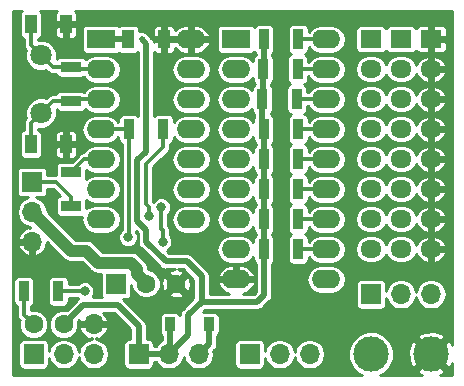
<source format=gbr>
G04 #@! TF.GenerationSoftware,KiCad,Pcbnew,(5.0.2)-1*
G04 #@! TF.CreationDate,2019-02-21T13:20:51+01:00*
G04 #@! TF.ProjectId,MutltiSwitch_Sw8,4d75746c-7469-4537-9769-7463685f5377,0.1*
G04 #@! TF.SameCoordinates,Original*
G04 #@! TF.FileFunction,Copper,L2,Bot*
G04 #@! TF.FilePolarity,Positive*
%FSLAX46Y46*%
G04 Gerber Fmt 4.6, Leading zero omitted, Abs format (unit mm)*
G04 Created by KiCad (PCBNEW (5.0.2)-1) date 21/02/2019 13:20:51*
%MOMM*%
%LPD*%
G01*
G04 APERTURE LIST*
G04 #@! TA.AperFunction,ComponentPad*
%ADD10C,1.800000*%
G04 #@! TD*
G04 #@! TA.AperFunction,ComponentPad*
%ADD11R,1.800000X1.500000*%
G04 #@! TD*
G04 #@! TA.AperFunction,ComponentPad*
%ADD12O,1.800000X1.500000*%
G04 #@! TD*
G04 #@! TA.AperFunction,ComponentPad*
%ADD13R,2.400000X1.600000*%
G04 #@! TD*
G04 #@! TA.AperFunction,ComponentPad*
%ADD14O,2.400000X1.600000*%
G04 #@! TD*
G04 #@! TA.AperFunction,ComponentPad*
%ADD15C,3.000000*%
G04 #@! TD*
G04 #@! TA.AperFunction,SMDPad,CuDef*
%ADD16R,1.000000X1.600000*%
G04 #@! TD*
G04 #@! TA.AperFunction,SMDPad,CuDef*
%ADD17R,0.900000X1.700000*%
G04 #@! TD*
G04 #@! TA.AperFunction,ComponentPad*
%ADD18R,1.700000X1.700000*%
G04 #@! TD*
G04 #@! TA.AperFunction,ComponentPad*
%ADD19O,1.700000X1.700000*%
G04 #@! TD*
G04 #@! TA.AperFunction,ComponentPad*
%ADD20C,1.600000*%
G04 #@! TD*
G04 #@! TA.AperFunction,SMDPad,CuDef*
%ADD21R,1.700000X0.900000*%
G04 #@! TD*
G04 #@! TA.AperFunction,SMDPad,CuDef*
%ADD22R,0.900000X1.200000*%
G04 #@! TD*
G04 #@! TA.AperFunction,ViaPad*
%ADD23C,0.800000*%
G04 #@! TD*
G04 #@! TA.AperFunction,Conductor*
%ADD24C,0.500000*%
G04 #@! TD*
G04 #@! TA.AperFunction,Conductor*
%ADD25C,0.310000*%
G04 #@! TD*
G04 #@! TA.AperFunction,Conductor*
%ADD26C,1.000000*%
G04 #@! TD*
G04 #@! TA.AperFunction,Conductor*
%ADD27C,0.250000*%
G04 #@! TD*
G04 APERTURE END LIST*
D10*
G04 #@! TO.P,X1,1*
G04 #@! TO.N,Net-(C3-Pad1)*
X136525000Y-92810000D03*
G04 #@! TO.P,X1,2*
G04 #@! TO.N,Net-(C2-Pad1)*
X136525000Y-97690000D03*
G04 #@! TD*
D11*
G04 #@! TO.P,P10,1*
G04 #@! TO.N,GND*
X169545000Y-91440000D03*
D12*
G04 #@! TO.P,P10,2*
X169545000Y-93980000D03*
G04 #@! TO.P,P10,3*
X169545000Y-96520000D03*
G04 #@! TO.P,P10,4*
X169545000Y-99060000D03*
G04 #@! TO.P,P10,5*
X169545000Y-101600000D03*
G04 #@! TO.P,P10,6*
X169545000Y-104140000D03*
G04 #@! TO.P,P10,7*
X169545000Y-106680000D03*
G04 #@! TO.P,P10,8*
X169545000Y-109220000D03*
G04 #@! TD*
D11*
G04 #@! TO.P,P7,1*
G04 #@! TO.N,Net-(P4-Pad2)*
X167005000Y-91440000D03*
D12*
G04 #@! TO.P,P7,2*
X167005000Y-93980000D03*
G04 #@! TO.P,P7,3*
X167005000Y-96520000D03*
G04 #@! TO.P,P7,4*
X167005000Y-99060000D03*
G04 #@! TO.P,P7,5*
X167005000Y-101600000D03*
G04 #@! TO.P,P7,6*
X167005000Y-104140000D03*
G04 #@! TO.P,P7,7*
X167005000Y-106680000D03*
G04 #@! TO.P,P7,8*
X167005000Y-109220000D03*
G04 #@! TD*
D13*
G04 #@! TO.P,IC1,1*
G04 #@! TO.N,+5V*
X141605000Y-91440000D03*
D14*
G04 #@! TO.P,IC1,8*
G04 #@! TO.N,Net-(IC1-Pad8)*
X149225000Y-106680000D03*
G04 #@! TO.P,IC1,2*
G04 #@! TO.N,Net-(C3-Pad1)*
X141605000Y-93980000D03*
G04 #@! TO.P,IC1,9*
G04 #@! TO.N,Net-(IC1-Pad9)*
X149225000Y-104140000D03*
G04 #@! TO.P,IC1,3*
G04 #@! TO.N,Net-(C2-Pad1)*
X141605000Y-96520000D03*
G04 #@! TO.P,IC1,10*
G04 #@! TO.N,Net-(IC1-Pad10)*
X149225000Y-101600000D03*
G04 #@! TO.P,IC1,4*
G04 #@! TO.N,Net-(IC1-Pad4)*
X141605000Y-99060000D03*
G04 #@! TO.P,IC1,11*
G04 #@! TO.N,Net-(IC1-Pad11)*
X149225000Y-99060000D03*
G04 #@! TO.P,IC1,5*
G04 #@! TO.N,Net-(IC1-Pad5)*
X141605000Y-101600000D03*
G04 #@! TO.P,IC1,12*
G04 #@! TO.N,Net-(IC1-Pad12)*
X149225000Y-96520000D03*
G04 #@! TO.P,IC1,6*
G04 #@! TO.N,Net-(IC1-Pad6)*
X141605000Y-104140000D03*
G04 #@! TO.P,IC1,13*
G04 #@! TO.N,Net-(IC1-Pad13)*
X149225000Y-93980000D03*
G04 #@! TO.P,IC1,7*
G04 #@! TO.N,Net-(IC1-Pad7)*
X141605000Y-106680000D03*
G04 #@! TO.P,IC1,14*
G04 #@! TO.N,GND*
X149225000Y-91440000D03*
G04 #@! TD*
D15*
G04 #@! TO.P,P6,2*
G04 #@! TO.N,+12C*
X164465000Y-118110000D03*
G04 #@! TO.P,P6,1*
G04 #@! TO.N,GND*
X169545000Y-118110000D03*
G04 #@! TD*
D11*
G04 #@! TO.P,P5,1*
G04 #@! TO.N,Net-(IC2-Pad18)*
X164465000Y-91440000D03*
D12*
G04 #@! TO.P,P5,2*
G04 #@! TO.N,Net-(IC2-Pad17)*
X164465000Y-93980000D03*
G04 #@! TO.P,P5,3*
G04 #@! TO.N,Net-(IC2-Pad16)*
X164465000Y-96520000D03*
G04 #@! TO.P,P5,4*
G04 #@! TO.N,Net-(IC2-Pad15)*
X164465000Y-99060000D03*
G04 #@! TO.P,P5,5*
G04 #@! TO.N,Net-(IC2-Pad14)*
X164465000Y-101600000D03*
G04 #@! TO.P,P5,6*
G04 #@! TO.N,Net-(IC2-Pad13)*
X164465000Y-104140000D03*
G04 #@! TO.P,P5,7*
G04 #@! TO.N,Net-(IC2-Pad12)*
X164465000Y-106680000D03*
G04 #@! TO.P,P5,8*
G04 #@! TO.N,Net-(IC2-Pad11)*
X164465000Y-109220000D03*
G04 #@! TD*
D16*
G04 #@! TO.P,C1,1*
G04 #@! TO.N,+5V*
X143915000Y-91440000D03*
G04 #@! TO.P,C1,2*
G04 #@! TO.N,GND*
X146915000Y-91440000D03*
G04 #@! TD*
G04 #@! TO.P,C2,1*
G04 #@! TO.N,Net-(C2-Pad1)*
X135660000Y-100330000D03*
G04 #@! TO.P,C2,2*
G04 #@! TO.N,GND*
X138660000Y-100330000D03*
G04 #@! TD*
G04 #@! TO.P,C3,1*
G04 #@! TO.N,Net-(C3-Pad1)*
X135660000Y-90170000D03*
G04 #@! TO.P,C3,2*
G04 #@! TO.N,GND*
X138660000Y-90170000D03*
G04 #@! TD*
D17*
G04 #@! TO.P,R2,1*
G04 #@! TO.N,Net-(IC1-Pad4)*
X143965000Y-99060000D03*
G04 #@! TO.P,R2,2*
G04 #@! TO.N,Net-(D1-Pad1)*
X146865000Y-99060000D03*
G04 #@! TD*
D13*
G04 #@! TO.P,IC2,1*
G04 #@! TO.N,Net-(IC1-Pad13)*
X153035000Y-91440000D03*
D14*
G04 #@! TO.P,IC2,10*
G04 #@! TO.N,Net-(IC2-Pad10)*
X160655000Y-111760000D03*
G04 #@! TO.P,IC2,2*
G04 #@! TO.N,Net-(IC1-Pad12)*
X153035000Y-93980000D03*
G04 #@! TO.P,IC2,11*
G04 #@! TO.N,Net-(IC2-Pad11)*
X160655000Y-109220000D03*
G04 #@! TO.P,IC2,3*
G04 #@! TO.N,Net-(IC1-Pad11)*
X153035000Y-96520000D03*
G04 #@! TO.P,IC2,12*
G04 #@! TO.N,Net-(IC2-Pad12)*
X160655000Y-106680000D03*
G04 #@! TO.P,IC2,4*
G04 #@! TO.N,Net-(IC1-Pad10)*
X153035000Y-99060000D03*
G04 #@! TO.P,IC2,13*
G04 #@! TO.N,Net-(IC2-Pad13)*
X160655000Y-104140000D03*
G04 #@! TO.P,IC2,5*
G04 #@! TO.N,Net-(IC1-Pad9)*
X153035000Y-101600000D03*
G04 #@! TO.P,IC2,14*
G04 #@! TO.N,Net-(IC2-Pad14)*
X160655000Y-101600000D03*
G04 #@! TO.P,IC2,6*
G04 #@! TO.N,Net-(IC1-Pad8)*
X153035000Y-104140000D03*
G04 #@! TO.P,IC2,15*
G04 #@! TO.N,Net-(IC2-Pad15)*
X160655000Y-99060000D03*
G04 #@! TO.P,IC2,7*
G04 #@! TO.N,Net-(IC1-Pad7)*
X153035000Y-106680000D03*
G04 #@! TO.P,IC2,16*
G04 #@! TO.N,Net-(IC2-Pad16)*
X160655000Y-96520000D03*
G04 #@! TO.P,IC2,8*
G04 #@! TO.N,Net-(IC1-Pad6)*
X153035000Y-109220000D03*
G04 #@! TO.P,IC2,17*
G04 #@! TO.N,Net-(IC2-Pad17)*
X160655000Y-93980000D03*
G04 #@! TO.P,IC2,9*
G04 #@! TO.N,GND*
X153035000Y-111760000D03*
G04 #@! TO.P,IC2,18*
G04 #@! TO.N,Net-(IC2-Pad18)*
X160655000Y-91440000D03*
G04 #@! TD*
D18*
G04 #@! TO.P,P1,1*
G04 #@! TO.N,+5V*
X144780000Y-118110000D03*
D19*
G04 #@! TO.P,P1,2*
X147320000Y-118110000D03*
G04 #@! TO.P,P1,3*
G04 #@! TO.N,+VRx*
X149860000Y-118110000D03*
G04 #@! TD*
D18*
G04 #@! TO.P,P2,1*
G04 #@! TO.N,Net-(P2-Pad1)*
X135763000Y-103505000D03*
D19*
G04 #@! TO.P,P2,2*
G04 #@! TO.N,+VRx*
X135763000Y-106045000D03*
G04 #@! TO.P,P2,3*
G04 #@! TO.N,GND*
X135763000Y-108585000D03*
G04 #@! TD*
D18*
G04 #@! TO.P,P3,1*
G04 #@! TO.N,Net-(IC1-Pad4)*
X142875000Y-112141000D03*
D20*
G04 #@! TO.P,P3,2*
G04 #@! TO.N,+VRx*
X145415000Y-112141000D03*
G04 #@! TO.P,P3,3*
G04 #@! TO.N,GND*
X147955000Y-112141000D03*
G04 #@! TD*
D18*
G04 #@! TO.P,P4,1*
G04 #@! TO.N,Net-(IC2-Pad10)*
X164465000Y-113030000D03*
D19*
G04 #@! TO.P,P4,2*
G04 #@! TO.N,Net-(P4-Pad2)*
X167005000Y-113030000D03*
G04 #@! TO.P,P4,3*
X169545000Y-113030000D03*
G04 #@! TD*
D21*
G04 #@! TO.P,R1,1*
G04 #@! TO.N,Net-(P2-Pad1)*
X139065000Y-105590000D03*
G04 #@! TO.P,R1,2*
G04 #@! TO.N,Net-(IC1-Pad5)*
X139065000Y-102690000D03*
G04 #@! TD*
D22*
G04 #@! TO.P,D2,1*
G04 #@! TO.N,+VRx*
X150748000Y-115570000D03*
G04 #@! TO.P,D2,2*
G04 #@! TO.N,+5V*
X147448000Y-115570000D03*
G04 #@! TD*
D18*
G04 #@! TO.P,P8,1*
G04 #@! TO.N,+VRx*
X154178000Y-118110000D03*
D19*
G04 #@! TO.P,P8,2*
G04 #@! TO.N,Net-(P4-Pad2)*
X156718000Y-118110000D03*
G04 #@! TO.P,P8,3*
G04 #@! TO.N,+12C*
X159258000Y-118110000D03*
G04 #@! TD*
D17*
G04 #@! TO.P,R3,1*
G04 #@! TO.N,Net-(D3-Pad1)*
X135075000Y-112776000D03*
G04 #@! TO.P,R3,2*
G04 #@! TO.N,Net-(P2-Pad1)*
X137975000Y-112776000D03*
G04 #@! TD*
D18*
G04 #@! TO.P,P9,1*
G04 #@! TO.N,N/C*
X135890000Y-118110000D03*
D20*
G04 #@! TO.P,P9,2*
G04 #@! TO.N,Net-(D3-Pad1)*
X135890000Y-115570000D03*
D19*
G04 #@! TO.P,P9,3*
G04 #@! TO.N,Net-(D3-Pad2)*
X138430000Y-118110000D03*
D20*
G04 #@! TO.P,P9,4*
G04 #@! TO.N,+5V*
X138430000Y-115570000D03*
D19*
G04 #@! TO.P,P9,5*
G04 #@! TO.N,N/C*
X140970000Y-118110000D03*
G04 #@! TO.P,P9,6*
G04 #@! TO.N,GND*
X140970000Y-115570000D03*
G04 #@! TD*
D21*
G04 #@! TO.P,R5,1*
G04 #@! TO.N,Net-(C2-Pad1)*
X139065000Y-96700000D03*
G04 #@! TO.P,R5,2*
G04 #@! TO.N,Net-(C3-Pad1)*
X139065000Y-93800000D03*
G04 #@! TD*
D17*
G04 #@! TO.P,R6,1*
G04 #@! TO.N,+5V*
X155395000Y-91440000D03*
G04 #@! TO.P,R6,2*
G04 #@! TO.N,Net-(IC2-Pad18)*
X158295000Y-91440000D03*
G04 #@! TD*
G04 #@! TO.P,R7,1*
G04 #@! TO.N,+5V*
X155342000Y-93980000D03*
G04 #@! TO.P,R7,2*
G04 #@! TO.N,Net-(IC2-Pad17)*
X158242000Y-93980000D03*
G04 #@! TD*
G04 #@! TO.P,R8,1*
G04 #@! TO.N,+5V*
X155268000Y-96520000D03*
G04 #@! TO.P,R8,2*
G04 #@! TO.N,Net-(IC2-Pad16)*
X158168000Y-96520000D03*
G04 #@! TD*
G04 #@! TO.P,R9,1*
G04 #@! TO.N,+5V*
X155395000Y-99060000D03*
G04 #@! TO.P,R9,2*
G04 #@! TO.N,Net-(IC2-Pad15)*
X158295000Y-99060000D03*
G04 #@! TD*
G04 #@! TO.P,R10,1*
G04 #@! TO.N,+5V*
X155395000Y-101600000D03*
G04 #@! TO.P,R10,2*
G04 #@! TO.N,Net-(IC2-Pad14)*
X158295000Y-101600000D03*
G04 #@! TD*
G04 #@! TO.P,R11,1*
G04 #@! TO.N,+5V*
X155395000Y-104140000D03*
G04 #@! TO.P,R11,2*
G04 #@! TO.N,Net-(IC2-Pad13)*
X158295000Y-104140000D03*
G04 #@! TD*
G04 #@! TO.P,R12,1*
G04 #@! TO.N,+5V*
X155395000Y-106680000D03*
G04 #@! TO.P,R12,2*
G04 #@! TO.N,Net-(IC2-Pad12)*
X158295000Y-106680000D03*
G04 #@! TD*
G04 #@! TO.P,R13,1*
G04 #@! TO.N,+5V*
X155395000Y-109220000D03*
G04 #@! TO.P,R13,2*
G04 #@! TO.N,Net-(IC2-Pad11)*
X158295000Y-109220000D03*
G04 #@! TD*
D23*
G04 #@! TO.N,GND*
X139446000Y-110597000D03*
X147285000Y-102835000D03*
G04 #@! TO.N,Net-(IC1-Pad4)*
X143891000Y-108204014D03*
G04 #@! TO.N,Net-(IC1-Pad6)*
X146812000Y-108585000D03*
X146714677Y-105664000D03*
G04 #@! TO.N,Net-(P2-Pad1)*
X140208000Y-112776000D03*
G04 #@! TO.N,Net-(D1-Pad1)*
X145669000Y-106426000D03*
G04 #@! TD*
D24*
G04 #@! TO.N,GND*
X146915000Y-91440000D02*
X149225000Y-91440000D01*
G04 #@! TO.N,+5V*
X144780000Y-118110000D02*
X144780000Y-115697000D01*
X140081000Y-113919000D02*
X138430000Y-115570000D01*
X143002000Y-113919000D02*
X140081000Y-113919000D01*
X144780000Y-115697000D02*
X143002000Y-113919000D01*
X148971000Y-116459000D02*
X147320000Y-118110000D01*
X150114000Y-113665000D02*
X148971000Y-114808000D01*
X148971000Y-114808000D02*
X148971000Y-116459000D01*
X144780000Y-118110000D02*
X147320000Y-118110000D01*
X147448000Y-115570000D02*
X147448000Y-117982000D01*
X147448000Y-117982000D02*
X147320000Y-118110000D01*
X143915000Y-91440000D02*
X141605000Y-91440000D01*
X155395000Y-93927000D02*
X155342000Y-93980000D01*
X155395000Y-91440000D02*
X155395000Y-93927000D01*
X155342000Y-96446000D02*
X155268000Y-96520000D01*
X155342000Y-93980000D02*
X155342000Y-96446000D01*
X155268000Y-98933000D02*
X155395000Y-99060000D01*
X155268000Y-96520000D02*
X155268000Y-98933000D01*
X155395000Y-99060000D02*
X155395000Y-101600000D01*
X155395000Y-101600000D02*
X155395000Y-104140000D01*
X155395000Y-104140000D02*
X155395000Y-106680000D01*
X155395000Y-106680000D02*
X155395000Y-109220000D01*
X155395000Y-109220000D02*
X155395000Y-113083000D01*
X154813000Y-113665000D02*
X150114000Y-113665000D01*
X155395000Y-113083000D02*
X154813000Y-113665000D01*
X145415000Y-108585000D02*
X147066000Y-110236000D01*
X145034000Y-91440000D02*
X145415000Y-91821000D01*
X147066000Y-110236000D02*
X148844000Y-110236000D01*
X145415000Y-91821000D02*
X145415000Y-100965000D01*
X148844000Y-110236000D02*
X150114000Y-111506000D01*
X145415000Y-100965000D02*
X144680010Y-101699990D01*
X145415000Y-107569000D02*
X145415000Y-108585000D01*
X150114000Y-111506000D02*
X150114000Y-113665000D01*
X144680010Y-101699990D02*
X144680010Y-106834010D01*
X144680010Y-106834010D02*
X145415000Y-107569000D01*
D25*
G04 #@! TO.N,Net-(C2-Pad1)*
X139065000Y-96700000D02*
X137515000Y-96700000D01*
X137515000Y-96700000D02*
X136525000Y-97690000D01*
X141605000Y-96520000D02*
X139245000Y-96520000D01*
X139245000Y-96520000D02*
X139065000Y-96700000D01*
X135660000Y-100330000D02*
X135660000Y-98555000D01*
X135660000Y-98555000D02*
X136525000Y-97690000D01*
G04 #@! TO.N,Net-(IC1-Pad4)*
X143965000Y-99060000D02*
X141605000Y-99060000D01*
X143965000Y-99060000D02*
X143965000Y-108130014D01*
X143965000Y-108130014D02*
X143891000Y-108204014D01*
G04 #@! TO.N,Net-(IC1-Pad5)*
X141605000Y-101600000D02*
X140155000Y-101600000D01*
X140155000Y-101600000D02*
X139065000Y-102690000D01*
G04 #@! TO.N,Net-(IC1-Pad6)*
X146812000Y-107569000D02*
X146812000Y-108585000D01*
X146714677Y-107471677D02*
X146812000Y-107569000D01*
X146714677Y-105664000D02*
X146714677Y-107471677D01*
G04 #@! TO.N,Net-(C3-Pad1)*
X139065000Y-93800000D02*
X137515000Y-93800000D01*
X137515000Y-93800000D02*
X136525000Y-92810000D01*
X141605000Y-93980000D02*
X139245000Y-93980000D01*
X139245000Y-93980000D02*
X139065000Y-93800000D01*
X135660000Y-90170000D02*
X135660000Y-91945000D01*
X135660000Y-91945000D02*
X136525000Y-92810000D01*
G04 #@! TO.N,Net-(IC2-Pad11)*
X158295000Y-109220000D02*
X160655000Y-109220000D01*
G04 #@! TO.N,Net-(IC2-Pad12)*
X158295000Y-106680000D02*
X160655000Y-106680000D01*
G04 #@! TO.N,Net-(IC2-Pad13)*
X158295000Y-104140000D02*
X160655000Y-104140000D01*
G04 #@! TO.N,Net-(IC2-Pad14)*
X158295000Y-101600000D02*
X160655000Y-101600000D01*
G04 #@! TO.N,Net-(IC2-Pad15)*
X158295000Y-99060000D02*
X160655000Y-99060000D01*
G04 #@! TO.N,Net-(IC2-Pad16)*
X158168000Y-96520000D02*
X160655000Y-96520000D01*
G04 #@! TO.N,Net-(IC2-Pad17)*
X158242000Y-93980000D02*
X160655000Y-93980000D01*
G04 #@! TO.N,Net-(IC2-Pad18)*
X158295000Y-91440000D02*
X160655000Y-91440000D01*
G04 #@! TO.N,Net-(P2-Pad1)*
X140208000Y-112776000D02*
X137975000Y-112776000D01*
X139065000Y-105590000D02*
X139065000Y-104775000D01*
X139065000Y-104775000D02*
X137795000Y-103505000D01*
X137795000Y-103505000D02*
X135763000Y-103505000D01*
D24*
G04 #@! TO.N,+VRx*
X150748000Y-115570000D02*
X150748000Y-117222000D01*
X150748000Y-117222000D02*
X149860000Y-118110000D01*
D26*
X144615001Y-111341001D02*
X145415000Y-112141000D01*
X135763000Y-106045000D02*
X139065000Y-109347000D01*
X139065000Y-109347000D02*
X140347802Y-109347000D01*
X140347802Y-109347000D02*
X141363802Y-110363000D01*
X141363802Y-110363000D02*
X144132198Y-110363000D01*
X144132198Y-110363000D02*
X144615001Y-110845803D01*
X144615001Y-110845803D02*
X144615001Y-111341001D01*
D25*
G04 #@! TO.N,Net-(D3-Pad1)*
X135075000Y-112776000D02*
X135075000Y-114755000D01*
X135075000Y-114755000D02*
X135890000Y-115570000D01*
G04 #@! TO.N,Net-(D1-Pad1)*
X146685000Y-99240000D02*
X146865000Y-99060000D01*
X145415000Y-105410000D02*
X145669000Y-105664000D01*
X145415000Y-102034000D02*
X145415000Y-105410000D01*
X146865000Y-100584000D02*
X145415000Y-102034000D01*
X146865000Y-99060000D02*
X146865000Y-100584000D01*
X145669000Y-105664000D02*
X145669000Y-106426000D01*
G04 #@! TD*
D27*
G04 #@! TO.N,GND*
G36*
X134846383Y-89056383D02*
X134750239Y-89200271D01*
X134716478Y-89370000D01*
X134716478Y-90970000D01*
X134750239Y-91139729D01*
X134846383Y-91283617D01*
X134990271Y-91379761D01*
X135070001Y-91395620D01*
X135070001Y-91886891D01*
X135058442Y-91945000D01*
X135104234Y-92175206D01*
X135157039Y-92254234D01*
X135234635Y-92370366D01*
X135256153Y-92384744D01*
X135190000Y-92544452D01*
X135190000Y-93075548D01*
X135393242Y-93566217D01*
X135768783Y-93941758D01*
X136259452Y-94145000D01*
X136790548Y-94145000D01*
X136956765Y-94076151D01*
X137056719Y-94176105D01*
X137089634Y-94225366D01*
X137284794Y-94355767D01*
X137456894Y-94390000D01*
X137456895Y-94390000D01*
X137514999Y-94401558D01*
X137573104Y-94390000D01*
X137799326Y-94390000D01*
X137805239Y-94419729D01*
X137901383Y-94563617D01*
X138045271Y-94659761D01*
X138215000Y-94693522D01*
X139915000Y-94693522D01*
X140084729Y-94659761D01*
X140146363Y-94618578D01*
X140314615Y-94870385D01*
X140723127Y-95143344D01*
X141083364Y-95215000D01*
X142126636Y-95215000D01*
X142486873Y-95143344D01*
X142895385Y-94870385D01*
X143168344Y-94461873D01*
X143264195Y-93980000D01*
X143168344Y-93498127D01*
X142895385Y-93089615D01*
X142486873Y-92816656D01*
X142126636Y-92745000D01*
X141083364Y-92745000D01*
X140723127Y-92816656D01*
X140314615Y-93089615D01*
X140289401Y-93127351D01*
X140228617Y-93036383D01*
X140084729Y-92940239D01*
X139915000Y-92906478D01*
X138215000Y-92906478D01*
X138045271Y-92940239D01*
X137901383Y-93036383D01*
X137835188Y-93135450D01*
X137860000Y-93075548D01*
X137860000Y-92544452D01*
X137656758Y-92053783D01*
X137281217Y-91678242D01*
X136790548Y-91475000D01*
X136259452Y-91475000D01*
X136250000Y-91478915D01*
X136250000Y-91395620D01*
X136329729Y-91379761D01*
X136473617Y-91283617D01*
X136569761Y-91139729D01*
X136603522Y-90970000D01*
X136603522Y-90451250D01*
X137735000Y-90451250D01*
X137735000Y-91054538D01*
X137799702Y-91210743D01*
X137919257Y-91330298D01*
X138075462Y-91395000D01*
X138378750Y-91395000D01*
X138485000Y-91288750D01*
X138485000Y-90345000D01*
X138835000Y-90345000D01*
X138835000Y-91288750D01*
X138941250Y-91395000D01*
X139244538Y-91395000D01*
X139400743Y-91330298D01*
X139520298Y-91210743D01*
X139585000Y-91054538D01*
X139585000Y-90451250D01*
X139478750Y-90345000D01*
X138835000Y-90345000D01*
X138485000Y-90345000D01*
X137841250Y-90345000D01*
X137735000Y-90451250D01*
X136603522Y-90451250D01*
X136603522Y-89370000D01*
X136569761Y-89200271D01*
X136473617Y-89056383D01*
X136426650Y-89025000D01*
X137903959Y-89025000D01*
X137799702Y-89129257D01*
X137735000Y-89285462D01*
X137735000Y-89888750D01*
X137841250Y-89995000D01*
X138485000Y-89995000D01*
X138485000Y-89975000D01*
X138835000Y-89975000D01*
X138835000Y-89995000D01*
X139478750Y-89995000D01*
X139585000Y-89888750D01*
X139585000Y-89285462D01*
X139520298Y-89129257D01*
X139416041Y-89025000D01*
X171325000Y-89025000D01*
X171325000Y-117333301D01*
X171229407Y-117102519D01*
X170975616Y-116926872D01*
X169792487Y-118110000D01*
X170975616Y-119293128D01*
X171229407Y-119117481D01*
X171325000Y-118849536D01*
X171325000Y-119890000D01*
X170321699Y-119890000D01*
X170552481Y-119794407D01*
X170728128Y-119540616D01*
X169545000Y-118357487D01*
X168361872Y-119540616D01*
X168537519Y-119794407D01*
X168805464Y-119890000D01*
X165224099Y-119890000D01*
X165561090Y-119750414D01*
X166105414Y-119206090D01*
X166400000Y-118494895D01*
X166400000Y-117823804D01*
X167603265Y-117823804D01*
X167641548Y-118588660D01*
X167860593Y-119117481D01*
X168114384Y-119293128D01*
X169297513Y-118110000D01*
X168114384Y-116926872D01*
X167860593Y-117102519D01*
X167603265Y-117823804D01*
X166400000Y-117823804D01*
X166400000Y-117725105D01*
X166105414Y-117013910D01*
X165770888Y-116679384D01*
X168361872Y-116679384D01*
X169545000Y-117862513D01*
X170728128Y-116679384D01*
X170552481Y-116425593D01*
X169831196Y-116168265D01*
X169066340Y-116206548D01*
X168537519Y-116425593D01*
X168361872Y-116679384D01*
X165770888Y-116679384D01*
X165561090Y-116469586D01*
X164849895Y-116175000D01*
X164080105Y-116175000D01*
X163368910Y-116469586D01*
X162824586Y-117013910D01*
X162530000Y-117725105D01*
X162530000Y-118494895D01*
X162824586Y-119206090D01*
X163368910Y-119750414D01*
X163705901Y-119890000D01*
X134110000Y-119890000D01*
X134110000Y-117260000D01*
X134596478Y-117260000D01*
X134596478Y-118960000D01*
X134630239Y-119129729D01*
X134726383Y-119273617D01*
X134870271Y-119369761D01*
X135040000Y-119403522D01*
X136740000Y-119403522D01*
X136909729Y-119369761D01*
X137053617Y-119273617D01*
X137149761Y-119129729D01*
X137183522Y-118960000D01*
X137183522Y-118430222D01*
X137219557Y-118611382D01*
X137503567Y-119036433D01*
X137928618Y-119320443D01*
X138303442Y-119395000D01*
X138556558Y-119395000D01*
X138931382Y-119320443D01*
X139356433Y-119036433D01*
X139640443Y-118611382D01*
X139700000Y-118311968D01*
X139759557Y-118611382D01*
X140043567Y-119036433D01*
X140468618Y-119320443D01*
X140843442Y-119395000D01*
X141096558Y-119395000D01*
X141471382Y-119320443D01*
X141896433Y-119036433D01*
X142180443Y-118611382D01*
X142280174Y-118110000D01*
X142180443Y-117608618D01*
X141896433Y-117183567D01*
X141471382Y-116899557D01*
X141145002Y-116834636D01*
X141145002Y-116725575D01*
X141340412Y-116790008D01*
X141570765Y-116694610D01*
X141955404Y-116379101D01*
X142190024Y-115940414D01*
X142126699Y-115745000D01*
X141145000Y-115745000D01*
X141145000Y-115765000D01*
X140795000Y-115765000D01*
X140795000Y-115745000D01*
X139813301Y-115745000D01*
X139749976Y-115940414D01*
X139984596Y-116379101D01*
X140369235Y-116694610D01*
X140599588Y-116790008D01*
X140794998Y-116725575D01*
X140794998Y-116834636D01*
X140468618Y-116899557D01*
X140043567Y-117183567D01*
X139759557Y-117608618D01*
X139700000Y-117908032D01*
X139640443Y-117608618D01*
X139356433Y-117183567D01*
X138931382Y-116899557D01*
X138556558Y-116825000D01*
X138303442Y-116825000D01*
X137928618Y-116899557D01*
X137503567Y-117183567D01*
X137219557Y-117608618D01*
X137183522Y-117789778D01*
X137183522Y-117260000D01*
X137149761Y-117090271D01*
X137053617Y-116946383D01*
X136909729Y-116850239D01*
X136740000Y-116816478D01*
X135040000Y-116816478D01*
X134870271Y-116850239D01*
X134726383Y-116946383D01*
X134630239Y-117090271D01*
X134596478Y-117260000D01*
X134110000Y-117260000D01*
X134110000Y-111926000D01*
X134181478Y-111926000D01*
X134181478Y-113626000D01*
X134215239Y-113795729D01*
X134311383Y-113939617D01*
X134455271Y-114035761D01*
X134485001Y-114041675D01*
X134485001Y-114696891D01*
X134473442Y-114755000D01*
X134519234Y-114985206D01*
X134579415Y-115075273D01*
X134649635Y-115180366D01*
X134698896Y-115213281D01*
X134700386Y-115214771D01*
X134655000Y-115324343D01*
X134655000Y-115815657D01*
X134843018Y-116269571D01*
X135190429Y-116616982D01*
X135644343Y-116805000D01*
X136135657Y-116805000D01*
X136589571Y-116616982D01*
X136936982Y-116269571D01*
X137125000Y-115815657D01*
X137125000Y-115324343D01*
X136936982Y-114870429D01*
X136589571Y-114523018D01*
X136135657Y-114335000D01*
X135665000Y-114335000D01*
X135665000Y-114041674D01*
X135694729Y-114035761D01*
X135838617Y-113939617D01*
X135934761Y-113795729D01*
X135968522Y-113626000D01*
X135968522Y-111926000D01*
X135934761Y-111756271D01*
X135838617Y-111612383D01*
X135694729Y-111516239D01*
X135525000Y-111482478D01*
X134625000Y-111482478D01*
X134455271Y-111516239D01*
X134311383Y-111612383D01*
X134215239Y-111756271D01*
X134181478Y-111926000D01*
X134110000Y-111926000D01*
X134110000Y-108955412D01*
X134542992Y-108955412D01*
X134638390Y-109185765D01*
X134953899Y-109570404D01*
X135392586Y-109805024D01*
X135588000Y-109741699D01*
X135588000Y-108760000D01*
X134607426Y-108760000D01*
X134542992Y-108955412D01*
X134110000Y-108955412D01*
X134110000Y-106045000D01*
X134452826Y-106045000D01*
X134552557Y-106546382D01*
X134836567Y-106971433D01*
X135261618Y-107255443D01*
X135587998Y-107320364D01*
X135587998Y-107428300D01*
X135392586Y-107364976D01*
X134953899Y-107599596D01*
X134638390Y-107984235D01*
X134542992Y-108214588D01*
X134607426Y-108410000D01*
X135588000Y-108410000D01*
X135588000Y-108390000D01*
X135938000Y-108390000D01*
X135938000Y-108410000D01*
X135958000Y-108410000D01*
X135958000Y-108760000D01*
X135938000Y-108760000D01*
X135938000Y-109741699D01*
X136133414Y-109805024D01*
X136572101Y-109570404D01*
X136887610Y-109185765D01*
X136983008Y-108955412D01*
X136918575Y-108760002D01*
X137038000Y-108760002D01*
X137038000Y-108642290D01*
X138338740Y-109943030D01*
X138390903Y-110021097D01*
X138700181Y-110227750D01*
X138972914Y-110282000D01*
X138972917Y-110282000D01*
X139064999Y-110300316D01*
X139157081Y-110282000D01*
X139960513Y-110282000D01*
X140637542Y-110959030D01*
X140689705Y-111037097D01*
X140767771Y-111089259D01*
X140998983Y-111243750D01*
X141363802Y-111316317D01*
X141455888Y-111298000D01*
X141581478Y-111298000D01*
X141581478Y-112991000D01*
X141615239Y-113160729D01*
X141664198Y-113234000D01*
X140922088Y-113234000D01*
X141043000Y-112942092D01*
X141043000Y-112609908D01*
X140915879Y-112303010D01*
X140680990Y-112068121D01*
X140374092Y-111941000D01*
X140041908Y-111941000D01*
X139735010Y-112068121D01*
X139617131Y-112186000D01*
X138868522Y-112186000D01*
X138868522Y-111926000D01*
X138834761Y-111756271D01*
X138738617Y-111612383D01*
X138594729Y-111516239D01*
X138425000Y-111482478D01*
X137525000Y-111482478D01*
X137355271Y-111516239D01*
X137211383Y-111612383D01*
X137115239Y-111756271D01*
X137081478Y-111926000D01*
X137081478Y-113626000D01*
X137115239Y-113795729D01*
X137211383Y-113939617D01*
X137355271Y-114035761D01*
X137525000Y-114069522D01*
X138425000Y-114069522D01*
X138594729Y-114035761D01*
X138738617Y-113939617D01*
X138834761Y-113795729D01*
X138868522Y-113626000D01*
X138868522Y-113366000D01*
X139617131Y-113366000D01*
X139640573Y-113389442D01*
X139587143Y-113425143D01*
X139548930Y-113482333D01*
X138690228Y-114341036D01*
X138675657Y-114335000D01*
X138184343Y-114335000D01*
X137730429Y-114523018D01*
X137383018Y-114870429D01*
X137195000Y-115324343D01*
X137195000Y-115815657D01*
X137383018Y-116269571D01*
X137730429Y-116616982D01*
X138184343Y-116805000D01*
X138675657Y-116805000D01*
X139129571Y-116616982D01*
X139476982Y-116269571D01*
X139665000Y-115815657D01*
X139665000Y-115324343D01*
X139658964Y-115309772D01*
X139754669Y-115214067D01*
X139813301Y-115395000D01*
X140795000Y-115395000D01*
X140795000Y-115375000D01*
X141145000Y-115375000D01*
X141145000Y-115395000D01*
X142126699Y-115395000D01*
X142190024Y-115199586D01*
X141955404Y-114760899D01*
X141764127Y-114604000D01*
X142718265Y-114604000D01*
X144095001Y-115980738D01*
X144095001Y-116816478D01*
X143930000Y-116816478D01*
X143760271Y-116850239D01*
X143616383Y-116946383D01*
X143520239Y-117090271D01*
X143486478Y-117260000D01*
X143486478Y-118960000D01*
X143520239Y-119129729D01*
X143616383Y-119273617D01*
X143760271Y-119369761D01*
X143930000Y-119403522D01*
X145630000Y-119403522D01*
X145799729Y-119369761D01*
X145943617Y-119273617D01*
X146039761Y-119129729D01*
X146073522Y-118960000D01*
X146073522Y-118795000D01*
X146232247Y-118795000D01*
X146393567Y-119036433D01*
X146818618Y-119320443D01*
X147193442Y-119395000D01*
X147446558Y-119395000D01*
X147821382Y-119320443D01*
X148246433Y-119036433D01*
X148530443Y-118611382D01*
X148590000Y-118311968D01*
X148649557Y-118611382D01*
X148933567Y-119036433D01*
X149358618Y-119320443D01*
X149733442Y-119395000D01*
X149986558Y-119395000D01*
X150361382Y-119320443D01*
X150786433Y-119036433D01*
X151070443Y-118611382D01*
X151170174Y-118110000D01*
X151113526Y-117825211D01*
X151184666Y-117754070D01*
X151241857Y-117715857D01*
X151393255Y-117489273D01*
X151433000Y-117289462D01*
X151433000Y-117289461D01*
X151438860Y-117260000D01*
X152884478Y-117260000D01*
X152884478Y-118960000D01*
X152918239Y-119129729D01*
X153014383Y-119273617D01*
X153158271Y-119369761D01*
X153328000Y-119403522D01*
X155028000Y-119403522D01*
X155197729Y-119369761D01*
X155341617Y-119273617D01*
X155437761Y-119129729D01*
X155471522Y-118960000D01*
X155471522Y-118430222D01*
X155507557Y-118611382D01*
X155791567Y-119036433D01*
X156216618Y-119320443D01*
X156591442Y-119395000D01*
X156844558Y-119395000D01*
X157219382Y-119320443D01*
X157644433Y-119036433D01*
X157928443Y-118611382D01*
X157988000Y-118311968D01*
X158047557Y-118611382D01*
X158331567Y-119036433D01*
X158756618Y-119320443D01*
X159131442Y-119395000D01*
X159384558Y-119395000D01*
X159759382Y-119320443D01*
X160184433Y-119036433D01*
X160468443Y-118611382D01*
X160568174Y-118110000D01*
X160468443Y-117608618D01*
X160184433Y-117183567D01*
X159759382Y-116899557D01*
X159384558Y-116825000D01*
X159131442Y-116825000D01*
X158756618Y-116899557D01*
X158331567Y-117183567D01*
X158047557Y-117608618D01*
X157988000Y-117908032D01*
X157928443Y-117608618D01*
X157644433Y-117183567D01*
X157219382Y-116899557D01*
X156844558Y-116825000D01*
X156591442Y-116825000D01*
X156216618Y-116899557D01*
X155791567Y-117183567D01*
X155507557Y-117608618D01*
X155471522Y-117789778D01*
X155471522Y-117260000D01*
X155437761Y-117090271D01*
X155341617Y-116946383D01*
X155197729Y-116850239D01*
X155028000Y-116816478D01*
X153328000Y-116816478D01*
X153158271Y-116850239D01*
X153014383Y-116946383D01*
X152918239Y-117090271D01*
X152884478Y-117260000D01*
X151438860Y-117260000D01*
X151446419Y-117222000D01*
X151433000Y-117154540D01*
X151433000Y-116536148D01*
X151511617Y-116483617D01*
X151607761Y-116339729D01*
X151641522Y-116170000D01*
X151641522Y-114970000D01*
X151607761Y-114800271D01*
X151511617Y-114656383D01*
X151367729Y-114560239D01*
X151198000Y-114526478D01*
X150298000Y-114526478D01*
X150202202Y-114545533D01*
X150397736Y-114350000D01*
X154745540Y-114350000D01*
X154813000Y-114363419D01*
X154880460Y-114350000D01*
X154880462Y-114350000D01*
X155080273Y-114310255D01*
X155306857Y-114158857D01*
X155345074Y-114101661D01*
X155831664Y-113615072D01*
X155888857Y-113576857D01*
X156040255Y-113350273D01*
X156080000Y-113150462D01*
X156080000Y-113150461D01*
X156093419Y-113083001D01*
X156080000Y-113015540D01*
X156080000Y-111760000D01*
X158995805Y-111760000D01*
X159091656Y-112241873D01*
X159364615Y-112650385D01*
X159773127Y-112923344D01*
X160133364Y-112995000D01*
X161176636Y-112995000D01*
X161536873Y-112923344D01*
X161945385Y-112650385D01*
X162218344Y-112241873D01*
X162230651Y-112180000D01*
X163171478Y-112180000D01*
X163171478Y-113880000D01*
X163205239Y-114049729D01*
X163301383Y-114193617D01*
X163445271Y-114289761D01*
X163615000Y-114323522D01*
X165315000Y-114323522D01*
X165484729Y-114289761D01*
X165628617Y-114193617D01*
X165724761Y-114049729D01*
X165758522Y-113880000D01*
X165758522Y-113350222D01*
X165794557Y-113531382D01*
X166078567Y-113956433D01*
X166503618Y-114240443D01*
X166878442Y-114315000D01*
X167131558Y-114315000D01*
X167506382Y-114240443D01*
X167931433Y-113956433D01*
X168215443Y-113531382D01*
X168275000Y-113231968D01*
X168334557Y-113531382D01*
X168618567Y-113956433D01*
X169043618Y-114240443D01*
X169418442Y-114315000D01*
X169671558Y-114315000D01*
X170046382Y-114240443D01*
X170471433Y-113956433D01*
X170755443Y-113531382D01*
X170855174Y-113030000D01*
X170755443Y-112528618D01*
X170471433Y-112103567D01*
X170046382Y-111819557D01*
X169671558Y-111745000D01*
X169418442Y-111745000D01*
X169043618Y-111819557D01*
X168618567Y-112103567D01*
X168334557Y-112528618D01*
X168275000Y-112828032D01*
X168215443Y-112528618D01*
X167931433Y-112103567D01*
X167506382Y-111819557D01*
X167131558Y-111745000D01*
X166878442Y-111745000D01*
X166503618Y-111819557D01*
X166078567Y-112103567D01*
X165794557Y-112528618D01*
X165758522Y-112709778D01*
X165758522Y-112180000D01*
X165724761Y-112010271D01*
X165628617Y-111866383D01*
X165484729Y-111770239D01*
X165315000Y-111736478D01*
X163615000Y-111736478D01*
X163445271Y-111770239D01*
X163301383Y-111866383D01*
X163205239Y-112010271D01*
X163171478Y-112180000D01*
X162230651Y-112180000D01*
X162314195Y-111760000D01*
X162218344Y-111278127D01*
X161945385Y-110869615D01*
X161536873Y-110596656D01*
X161176636Y-110525000D01*
X160133364Y-110525000D01*
X159773127Y-110596656D01*
X159364615Y-110869615D01*
X159091656Y-111278127D01*
X158995805Y-111760000D01*
X156080000Y-111760000D01*
X156080000Y-110436148D01*
X156158617Y-110383617D01*
X156254761Y-110239729D01*
X156288522Y-110070000D01*
X156288522Y-108370000D01*
X156254761Y-108200271D01*
X156158617Y-108056383D01*
X156080000Y-108003852D01*
X156080000Y-107896148D01*
X156158617Y-107843617D01*
X156254761Y-107699729D01*
X156288522Y-107530000D01*
X156288522Y-105830000D01*
X156254761Y-105660271D01*
X156158617Y-105516383D01*
X156080000Y-105463852D01*
X156080000Y-105356148D01*
X156158617Y-105303617D01*
X156254761Y-105159729D01*
X156288522Y-104990000D01*
X156288522Y-103290000D01*
X156254761Y-103120271D01*
X156158617Y-102976383D01*
X156080000Y-102923852D01*
X156080000Y-102816148D01*
X156158617Y-102763617D01*
X156254761Y-102619729D01*
X156288522Y-102450000D01*
X156288522Y-100750000D01*
X156254761Y-100580271D01*
X156158617Y-100436383D01*
X156080000Y-100383852D01*
X156080000Y-100276148D01*
X156158617Y-100223617D01*
X156254761Y-100079729D01*
X156288522Y-99910000D01*
X156288522Y-98210000D01*
X156254761Y-98040271D01*
X156158617Y-97896383D01*
X156014729Y-97800239D01*
X155953000Y-97787960D01*
X155953000Y-97736148D01*
X156031617Y-97683617D01*
X156127761Y-97539729D01*
X156161522Y-97370000D01*
X156161522Y-95670000D01*
X157274478Y-95670000D01*
X157274478Y-97370000D01*
X157308239Y-97539729D01*
X157404383Y-97683617D01*
X157548271Y-97779761D01*
X157669754Y-97803925D01*
X157531383Y-97896383D01*
X157435239Y-98040271D01*
X157401478Y-98210000D01*
X157401478Y-99910000D01*
X157435239Y-100079729D01*
X157531383Y-100223617D01*
X157675271Y-100319761D01*
X157726746Y-100330000D01*
X157675271Y-100340239D01*
X157531383Y-100436383D01*
X157435239Y-100580271D01*
X157401478Y-100750000D01*
X157401478Y-102450000D01*
X157435239Y-102619729D01*
X157531383Y-102763617D01*
X157675271Y-102859761D01*
X157726746Y-102870000D01*
X157675271Y-102880239D01*
X157531383Y-102976383D01*
X157435239Y-103120271D01*
X157401478Y-103290000D01*
X157401478Y-104990000D01*
X157435239Y-105159729D01*
X157531383Y-105303617D01*
X157675271Y-105399761D01*
X157726746Y-105410000D01*
X157675271Y-105420239D01*
X157531383Y-105516383D01*
X157435239Y-105660271D01*
X157401478Y-105830000D01*
X157401478Y-107530000D01*
X157435239Y-107699729D01*
X157531383Y-107843617D01*
X157675271Y-107939761D01*
X157726746Y-107950000D01*
X157675271Y-107960239D01*
X157531383Y-108056383D01*
X157435239Y-108200271D01*
X157401478Y-108370000D01*
X157401478Y-110070000D01*
X157435239Y-110239729D01*
X157531383Y-110383617D01*
X157675271Y-110479761D01*
X157845000Y-110513522D01*
X158745000Y-110513522D01*
X158914729Y-110479761D01*
X159058617Y-110383617D01*
X159154761Y-110239729D01*
X159188522Y-110070000D01*
X159188522Y-109846843D01*
X159364615Y-110110385D01*
X159773127Y-110383344D01*
X160133364Y-110455000D01*
X161176636Y-110455000D01*
X161536873Y-110383344D01*
X161945385Y-110110385D01*
X162218344Y-109701873D01*
X162314195Y-109220000D01*
X163106785Y-109220000D01*
X163198755Y-109682364D01*
X163460663Y-110074337D01*
X163852636Y-110336245D01*
X164198290Y-110405000D01*
X164731710Y-110405000D01*
X165077364Y-110336245D01*
X165469337Y-110074337D01*
X165731245Y-109682364D01*
X165735000Y-109663486D01*
X165738755Y-109682364D01*
X166000663Y-110074337D01*
X166392636Y-110336245D01*
X166738290Y-110405000D01*
X167271710Y-110405000D01*
X167617364Y-110336245D01*
X168009337Y-110074337D01*
X168271245Y-109682364D01*
X168287565Y-109600317D01*
X168431215Y-109889328D01*
X168760720Y-110207203D01*
X169186788Y-110374785D01*
X169370000Y-110286889D01*
X169370000Y-109395000D01*
X169720000Y-109395000D01*
X169720000Y-110286889D01*
X169903212Y-110374785D01*
X170329280Y-110207203D01*
X170658785Y-109889328D01*
X170815214Y-109574606D01*
X170749325Y-109395000D01*
X169720000Y-109395000D01*
X169370000Y-109395000D01*
X169350000Y-109395000D01*
X169350000Y-109045000D01*
X169370000Y-109045000D01*
X169370000Y-108153111D01*
X169720000Y-108153111D01*
X169720000Y-109045000D01*
X170749325Y-109045000D01*
X170815214Y-108865394D01*
X170658785Y-108550672D01*
X170329280Y-108232797D01*
X169903212Y-108065215D01*
X169720000Y-108153111D01*
X169370000Y-108153111D01*
X169186788Y-108065215D01*
X168760720Y-108232797D01*
X168431215Y-108550672D01*
X168287565Y-108839683D01*
X168271245Y-108757636D01*
X168009337Y-108365663D01*
X167617364Y-108103755D01*
X167271710Y-108035000D01*
X166738290Y-108035000D01*
X166392636Y-108103755D01*
X166000663Y-108365663D01*
X165738755Y-108757636D01*
X165735000Y-108776514D01*
X165731245Y-108757636D01*
X165469337Y-108365663D01*
X165077364Y-108103755D01*
X164731710Y-108035000D01*
X164198290Y-108035000D01*
X163852636Y-108103755D01*
X163460663Y-108365663D01*
X163198755Y-108757636D01*
X163106785Y-109220000D01*
X162314195Y-109220000D01*
X162218344Y-108738127D01*
X161945385Y-108329615D01*
X161536873Y-108056656D01*
X161176636Y-107985000D01*
X160133364Y-107985000D01*
X159773127Y-108056656D01*
X159364615Y-108329615D01*
X159188522Y-108593157D01*
X159188522Y-108370000D01*
X159154761Y-108200271D01*
X159058617Y-108056383D01*
X158914729Y-107960239D01*
X158863254Y-107950000D01*
X158914729Y-107939761D01*
X159058617Y-107843617D01*
X159154761Y-107699729D01*
X159188522Y-107530000D01*
X159188522Y-107306843D01*
X159364615Y-107570385D01*
X159773127Y-107843344D01*
X160133364Y-107915000D01*
X161176636Y-107915000D01*
X161536873Y-107843344D01*
X161945385Y-107570385D01*
X162218344Y-107161873D01*
X162314195Y-106680000D01*
X163106785Y-106680000D01*
X163198755Y-107142364D01*
X163460663Y-107534337D01*
X163852636Y-107796245D01*
X164198290Y-107865000D01*
X164731710Y-107865000D01*
X165077364Y-107796245D01*
X165469337Y-107534337D01*
X165731245Y-107142364D01*
X165735000Y-107123486D01*
X165738755Y-107142364D01*
X166000663Y-107534337D01*
X166392636Y-107796245D01*
X166738290Y-107865000D01*
X167271710Y-107865000D01*
X167617364Y-107796245D01*
X168009337Y-107534337D01*
X168271245Y-107142364D01*
X168287565Y-107060317D01*
X168431215Y-107349328D01*
X168760720Y-107667203D01*
X169186788Y-107834785D01*
X169370000Y-107746889D01*
X169370000Y-106855000D01*
X169720000Y-106855000D01*
X169720000Y-107746889D01*
X169903212Y-107834785D01*
X170329280Y-107667203D01*
X170658785Y-107349328D01*
X170815214Y-107034606D01*
X170749325Y-106855000D01*
X169720000Y-106855000D01*
X169370000Y-106855000D01*
X169350000Y-106855000D01*
X169350000Y-106505000D01*
X169370000Y-106505000D01*
X169370000Y-105613111D01*
X169720000Y-105613111D01*
X169720000Y-106505000D01*
X170749325Y-106505000D01*
X170815214Y-106325394D01*
X170658785Y-106010672D01*
X170329280Y-105692797D01*
X169903212Y-105525215D01*
X169720000Y-105613111D01*
X169370000Y-105613111D01*
X169186788Y-105525215D01*
X168760720Y-105692797D01*
X168431215Y-106010672D01*
X168287565Y-106299683D01*
X168271245Y-106217636D01*
X168009337Y-105825663D01*
X167617364Y-105563755D01*
X167271710Y-105495000D01*
X166738290Y-105495000D01*
X166392636Y-105563755D01*
X166000663Y-105825663D01*
X165738755Y-106217636D01*
X165735000Y-106236514D01*
X165731245Y-106217636D01*
X165469337Y-105825663D01*
X165077364Y-105563755D01*
X164731710Y-105495000D01*
X164198290Y-105495000D01*
X163852636Y-105563755D01*
X163460663Y-105825663D01*
X163198755Y-106217636D01*
X163106785Y-106680000D01*
X162314195Y-106680000D01*
X162218344Y-106198127D01*
X161945385Y-105789615D01*
X161536873Y-105516656D01*
X161176636Y-105445000D01*
X160133364Y-105445000D01*
X159773127Y-105516656D01*
X159364615Y-105789615D01*
X159188522Y-106053157D01*
X159188522Y-105830000D01*
X159154761Y-105660271D01*
X159058617Y-105516383D01*
X158914729Y-105420239D01*
X158863254Y-105410000D01*
X158914729Y-105399761D01*
X159058617Y-105303617D01*
X159154761Y-105159729D01*
X159188522Y-104990000D01*
X159188522Y-104766843D01*
X159364615Y-105030385D01*
X159773127Y-105303344D01*
X160133364Y-105375000D01*
X161176636Y-105375000D01*
X161536873Y-105303344D01*
X161945385Y-105030385D01*
X162218344Y-104621873D01*
X162314195Y-104140000D01*
X163106785Y-104140000D01*
X163198755Y-104602364D01*
X163460663Y-104994337D01*
X163852636Y-105256245D01*
X164198290Y-105325000D01*
X164731710Y-105325000D01*
X165077364Y-105256245D01*
X165469337Y-104994337D01*
X165731245Y-104602364D01*
X165735000Y-104583486D01*
X165738755Y-104602364D01*
X166000663Y-104994337D01*
X166392636Y-105256245D01*
X166738290Y-105325000D01*
X167271710Y-105325000D01*
X167617364Y-105256245D01*
X168009337Y-104994337D01*
X168271245Y-104602364D01*
X168287565Y-104520317D01*
X168431215Y-104809328D01*
X168760720Y-105127203D01*
X169186788Y-105294785D01*
X169370000Y-105206889D01*
X169370000Y-104315000D01*
X169720000Y-104315000D01*
X169720000Y-105206889D01*
X169903212Y-105294785D01*
X170329280Y-105127203D01*
X170658785Y-104809328D01*
X170815214Y-104494606D01*
X170749325Y-104315000D01*
X169720000Y-104315000D01*
X169370000Y-104315000D01*
X169350000Y-104315000D01*
X169350000Y-103965000D01*
X169370000Y-103965000D01*
X169370000Y-103073111D01*
X169720000Y-103073111D01*
X169720000Y-103965000D01*
X170749325Y-103965000D01*
X170815214Y-103785394D01*
X170658785Y-103470672D01*
X170329280Y-103152797D01*
X169903212Y-102985215D01*
X169720000Y-103073111D01*
X169370000Y-103073111D01*
X169186788Y-102985215D01*
X168760720Y-103152797D01*
X168431215Y-103470672D01*
X168287565Y-103759683D01*
X168271245Y-103677636D01*
X168009337Y-103285663D01*
X167617364Y-103023755D01*
X167271710Y-102955000D01*
X166738290Y-102955000D01*
X166392636Y-103023755D01*
X166000663Y-103285663D01*
X165738755Y-103677636D01*
X165735000Y-103696514D01*
X165731245Y-103677636D01*
X165469337Y-103285663D01*
X165077364Y-103023755D01*
X164731710Y-102955000D01*
X164198290Y-102955000D01*
X163852636Y-103023755D01*
X163460663Y-103285663D01*
X163198755Y-103677636D01*
X163106785Y-104140000D01*
X162314195Y-104140000D01*
X162218344Y-103658127D01*
X161945385Y-103249615D01*
X161536873Y-102976656D01*
X161176636Y-102905000D01*
X160133364Y-102905000D01*
X159773127Y-102976656D01*
X159364615Y-103249615D01*
X159188522Y-103513157D01*
X159188522Y-103290000D01*
X159154761Y-103120271D01*
X159058617Y-102976383D01*
X158914729Y-102880239D01*
X158863254Y-102870000D01*
X158914729Y-102859761D01*
X159058617Y-102763617D01*
X159154761Y-102619729D01*
X159188522Y-102450000D01*
X159188522Y-102226843D01*
X159364615Y-102490385D01*
X159773127Y-102763344D01*
X160133364Y-102835000D01*
X161176636Y-102835000D01*
X161536873Y-102763344D01*
X161945385Y-102490385D01*
X162218344Y-102081873D01*
X162314195Y-101600000D01*
X163106785Y-101600000D01*
X163198755Y-102062364D01*
X163460663Y-102454337D01*
X163852636Y-102716245D01*
X164198290Y-102785000D01*
X164731710Y-102785000D01*
X165077364Y-102716245D01*
X165469337Y-102454337D01*
X165731245Y-102062364D01*
X165735000Y-102043486D01*
X165738755Y-102062364D01*
X166000663Y-102454337D01*
X166392636Y-102716245D01*
X166738290Y-102785000D01*
X167271710Y-102785000D01*
X167617364Y-102716245D01*
X168009337Y-102454337D01*
X168271245Y-102062364D01*
X168287565Y-101980317D01*
X168431215Y-102269328D01*
X168760720Y-102587203D01*
X169186788Y-102754785D01*
X169370000Y-102666889D01*
X169370000Y-101775000D01*
X169720000Y-101775000D01*
X169720000Y-102666889D01*
X169903212Y-102754785D01*
X170329280Y-102587203D01*
X170658785Y-102269328D01*
X170815214Y-101954606D01*
X170749325Y-101775000D01*
X169720000Y-101775000D01*
X169370000Y-101775000D01*
X169350000Y-101775000D01*
X169350000Y-101425000D01*
X169370000Y-101425000D01*
X169370000Y-100533111D01*
X169720000Y-100533111D01*
X169720000Y-101425000D01*
X170749325Y-101425000D01*
X170815214Y-101245394D01*
X170658785Y-100930672D01*
X170329280Y-100612797D01*
X169903212Y-100445215D01*
X169720000Y-100533111D01*
X169370000Y-100533111D01*
X169186788Y-100445215D01*
X168760720Y-100612797D01*
X168431215Y-100930672D01*
X168287565Y-101219683D01*
X168271245Y-101137636D01*
X168009337Y-100745663D01*
X167617364Y-100483755D01*
X167271710Y-100415000D01*
X166738290Y-100415000D01*
X166392636Y-100483755D01*
X166000663Y-100745663D01*
X165738755Y-101137636D01*
X165735000Y-101156514D01*
X165731245Y-101137636D01*
X165469337Y-100745663D01*
X165077364Y-100483755D01*
X164731710Y-100415000D01*
X164198290Y-100415000D01*
X163852636Y-100483755D01*
X163460663Y-100745663D01*
X163198755Y-101137636D01*
X163106785Y-101600000D01*
X162314195Y-101600000D01*
X162218344Y-101118127D01*
X161945385Y-100709615D01*
X161536873Y-100436656D01*
X161176636Y-100365000D01*
X160133364Y-100365000D01*
X159773127Y-100436656D01*
X159364615Y-100709615D01*
X159188522Y-100973157D01*
X159188522Y-100750000D01*
X159154761Y-100580271D01*
X159058617Y-100436383D01*
X158914729Y-100340239D01*
X158863254Y-100330000D01*
X158914729Y-100319761D01*
X159058617Y-100223617D01*
X159154761Y-100079729D01*
X159188522Y-99910000D01*
X159188522Y-99686843D01*
X159364615Y-99950385D01*
X159773127Y-100223344D01*
X160133364Y-100295000D01*
X161176636Y-100295000D01*
X161536873Y-100223344D01*
X161945385Y-99950385D01*
X162218344Y-99541873D01*
X162314195Y-99060000D01*
X163106785Y-99060000D01*
X163198755Y-99522364D01*
X163460663Y-99914337D01*
X163852636Y-100176245D01*
X164198290Y-100245000D01*
X164731710Y-100245000D01*
X165077364Y-100176245D01*
X165469337Y-99914337D01*
X165731245Y-99522364D01*
X165735000Y-99503486D01*
X165738755Y-99522364D01*
X166000663Y-99914337D01*
X166392636Y-100176245D01*
X166738290Y-100245000D01*
X167271710Y-100245000D01*
X167617364Y-100176245D01*
X168009337Y-99914337D01*
X168271245Y-99522364D01*
X168287565Y-99440317D01*
X168431215Y-99729328D01*
X168760720Y-100047203D01*
X169186788Y-100214785D01*
X169370000Y-100126889D01*
X169370000Y-99235000D01*
X169720000Y-99235000D01*
X169720000Y-100126889D01*
X169903212Y-100214785D01*
X170329280Y-100047203D01*
X170658785Y-99729328D01*
X170815214Y-99414606D01*
X170749325Y-99235000D01*
X169720000Y-99235000D01*
X169370000Y-99235000D01*
X169350000Y-99235000D01*
X169350000Y-98885000D01*
X169370000Y-98885000D01*
X169370000Y-97993111D01*
X169720000Y-97993111D01*
X169720000Y-98885000D01*
X170749325Y-98885000D01*
X170815214Y-98705394D01*
X170658785Y-98390672D01*
X170329280Y-98072797D01*
X169903212Y-97905215D01*
X169720000Y-97993111D01*
X169370000Y-97993111D01*
X169186788Y-97905215D01*
X168760720Y-98072797D01*
X168431215Y-98390672D01*
X168287565Y-98679683D01*
X168271245Y-98597636D01*
X168009337Y-98205663D01*
X167617364Y-97943755D01*
X167271710Y-97875000D01*
X166738290Y-97875000D01*
X166392636Y-97943755D01*
X166000663Y-98205663D01*
X165738755Y-98597636D01*
X165735000Y-98616514D01*
X165731245Y-98597636D01*
X165469337Y-98205663D01*
X165077364Y-97943755D01*
X164731710Y-97875000D01*
X164198290Y-97875000D01*
X163852636Y-97943755D01*
X163460663Y-98205663D01*
X163198755Y-98597636D01*
X163106785Y-99060000D01*
X162314195Y-99060000D01*
X162218344Y-98578127D01*
X161945385Y-98169615D01*
X161536873Y-97896656D01*
X161176636Y-97825000D01*
X160133364Y-97825000D01*
X159773127Y-97896656D01*
X159364615Y-98169615D01*
X159188522Y-98433157D01*
X159188522Y-98210000D01*
X159154761Y-98040271D01*
X159058617Y-97896383D01*
X158914729Y-97800239D01*
X158793246Y-97776075D01*
X158931617Y-97683617D01*
X159027761Y-97539729D01*
X159061522Y-97370000D01*
X159061522Y-97110000D01*
X159163904Y-97110000D01*
X159364615Y-97410385D01*
X159773127Y-97683344D01*
X160133364Y-97755000D01*
X161176636Y-97755000D01*
X161536873Y-97683344D01*
X161945385Y-97410385D01*
X162218344Y-97001873D01*
X162314195Y-96520000D01*
X163106785Y-96520000D01*
X163198755Y-96982364D01*
X163460663Y-97374337D01*
X163852636Y-97636245D01*
X164198290Y-97705000D01*
X164731710Y-97705000D01*
X165077364Y-97636245D01*
X165469337Y-97374337D01*
X165731245Y-96982364D01*
X165735000Y-96963486D01*
X165738755Y-96982364D01*
X166000663Y-97374337D01*
X166392636Y-97636245D01*
X166738290Y-97705000D01*
X167271710Y-97705000D01*
X167617364Y-97636245D01*
X168009337Y-97374337D01*
X168271245Y-96982364D01*
X168287565Y-96900317D01*
X168431215Y-97189328D01*
X168760720Y-97507203D01*
X169186788Y-97674785D01*
X169370000Y-97586889D01*
X169370000Y-96695000D01*
X169720000Y-96695000D01*
X169720000Y-97586889D01*
X169903212Y-97674785D01*
X170329280Y-97507203D01*
X170658785Y-97189328D01*
X170815214Y-96874606D01*
X170749325Y-96695000D01*
X169720000Y-96695000D01*
X169370000Y-96695000D01*
X169350000Y-96695000D01*
X169350000Y-96345000D01*
X169370000Y-96345000D01*
X169370000Y-95453111D01*
X169720000Y-95453111D01*
X169720000Y-96345000D01*
X170749325Y-96345000D01*
X170815214Y-96165394D01*
X170658785Y-95850672D01*
X170329280Y-95532797D01*
X169903212Y-95365215D01*
X169720000Y-95453111D01*
X169370000Y-95453111D01*
X169186788Y-95365215D01*
X168760720Y-95532797D01*
X168431215Y-95850672D01*
X168287565Y-96139683D01*
X168271245Y-96057636D01*
X168009337Y-95665663D01*
X167617364Y-95403755D01*
X167271710Y-95335000D01*
X166738290Y-95335000D01*
X166392636Y-95403755D01*
X166000663Y-95665663D01*
X165738755Y-96057636D01*
X165735000Y-96076514D01*
X165731245Y-96057636D01*
X165469337Y-95665663D01*
X165077364Y-95403755D01*
X164731710Y-95335000D01*
X164198290Y-95335000D01*
X163852636Y-95403755D01*
X163460663Y-95665663D01*
X163198755Y-96057636D01*
X163106785Y-96520000D01*
X162314195Y-96520000D01*
X162218344Y-96038127D01*
X161945385Y-95629615D01*
X161536873Y-95356656D01*
X161176636Y-95285000D01*
X160133364Y-95285000D01*
X159773127Y-95356656D01*
X159364615Y-95629615D01*
X159163904Y-95930000D01*
X159061522Y-95930000D01*
X159061522Y-95670000D01*
X159027761Y-95500271D01*
X158931617Y-95356383D01*
X158787729Y-95260239D01*
X158773254Y-95257360D01*
X158861729Y-95239761D01*
X159005617Y-95143617D01*
X159101761Y-94999729D01*
X159135522Y-94830000D01*
X159135522Y-94570000D01*
X159163904Y-94570000D01*
X159364615Y-94870385D01*
X159773127Y-95143344D01*
X160133364Y-95215000D01*
X161176636Y-95215000D01*
X161536873Y-95143344D01*
X161945385Y-94870385D01*
X162218344Y-94461873D01*
X162314195Y-93980000D01*
X163106785Y-93980000D01*
X163198755Y-94442364D01*
X163460663Y-94834337D01*
X163852636Y-95096245D01*
X164198290Y-95165000D01*
X164731710Y-95165000D01*
X165077364Y-95096245D01*
X165469337Y-94834337D01*
X165731245Y-94442364D01*
X165735000Y-94423486D01*
X165738755Y-94442364D01*
X166000663Y-94834337D01*
X166392636Y-95096245D01*
X166738290Y-95165000D01*
X167271710Y-95165000D01*
X167617364Y-95096245D01*
X168009337Y-94834337D01*
X168271245Y-94442364D01*
X168287565Y-94360317D01*
X168431215Y-94649328D01*
X168760720Y-94967203D01*
X169186788Y-95134785D01*
X169370000Y-95046889D01*
X169370000Y-94155000D01*
X169720000Y-94155000D01*
X169720000Y-95046889D01*
X169903212Y-95134785D01*
X170329280Y-94967203D01*
X170658785Y-94649328D01*
X170815214Y-94334606D01*
X170749325Y-94155000D01*
X169720000Y-94155000D01*
X169370000Y-94155000D01*
X169350000Y-94155000D01*
X169350000Y-93805000D01*
X169370000Y-93805000D01*
X169370000Y-92913111D01*
X169720000Y-92913111D01*
X169720000Y-93805000D01*
X170749325Y-93805000D01*
X170815214Y-93625394D01*
X170658785Y-93310672D01*
X170329280Y-92992797D01*
X169903212Y-92825215D01*
X169720000Y-92913111D01*
X169370000Y-92913111D01*
X169186788Y-92825215D01*
X168760720Y-92992797D01*
X168431215Y-93310672D01*
X168287565Y-93599683D01*
X168271245Y-93517636D01*
X168009337Y-93125663D01*
X167617364Y-92863755D01*
X167271710Y-92795000D01*
X166738290Y-92795000D01*
X166392636Y-92863755D01*
X166000663Y-93125663D01*
X165738755Y-93517636D01*
X165735000Y-93536514D01*
X165731245Y-93517636D01*
X165469337Y-93125663D01*
X165077364Y-92863755D01*
X164731710Y-92795000D01*
X164198290Y-92795000D01*
X163852636Y-92863755D01*
X163460663Y-93125663D01*
X163198755Y-93517636D01*
X163106785Y-93980000D01*
X162314195Y-93980000D01*
X162218344Y-93498127D01*
X161945385Y-93089615D01*
X161536873Y-92816656D01*
X161176636Y-92745000D01*
X160133364Y-92745000D01*
X159773127Y-92816656D01*
X159364615Y-93089615D01*
X159163904Y-93390000D01*
X159135522Y-93390000D01*
X159135522Y-93130000D01*
X159101761Y-92960271D01*
X159005617Y-92816383D01*
X158861729Y-92720239D01*
X158836754Y-92715271D01*
X158914729Y-92699761D01*
X159058617Y-92603617D01*
X159154761Y-92459729D01*
X159188522Y-92290000D01*
X159188522Y-92066843D01*
X159364615Y-92330385D01*
X159773127Y-92603344D01*
X160133364Y-92675000D01*
X161176636Y-92675000D01*
X161536873Y-92603344D01*
X161945385Y-92330385D01*
X162218344Y-91921873D01*
X162314195Y-91440000D01*
X162218344Y-90958127D01*
X162039188Y-90690000D01*
X163121478Y-90690000D01*
X163121478Y-92190000D01*
X163155239Y-92359729D01*
X163251383Y-92503617D01*
X163395271Y-92599761D01*
X163565000Y-92633522D01*
X165365000Y-92633522D01*
X165534729Y-92599761D01*
X165678617Y-92503617D01*
X165735000Y-92419235D01*
X165791383Y-92503617D01*
X165935271Y-92599761D01*
X166105000Y-92633522D01*
X167905000Y-92633522D01*
X168074729Y-92599761D01*
X168218617Y-92503617D01*
X168278047Y-92414675D01*
X168284702Y-92430743D01*
X168404257Y-92550298D01*
X168560462Y-92615000D01*
X169263750Y-92615000D01*
X169370000Y-92508750D01*
X169370000Y-91615000D01*
X169720000Y-91615000D01*
X169720000Y-92508750D01*
X169826250Y-92615000D01*
X170529538Y-92615000D01*
X170685743Y-92550298D01*
X170805298Y-92430743D01*
X170870000Y-92274538D01*
X170870000Y-91721250D01*
X170763750Y-91615000D01*
X169720000Y-91615000D01*
X169370000Y-91615000D01*
X169350000Y-91615000D01*
X169350000Y-91265000D01*
X169370000Y-91265000D01*
X169370000Y-90371250D01*
X169720000Y-90371250D01*
X169720000Y-91265000D01*
X170763750Y-91265000D01*
X170870000Y-91158750D01*
X170870000Y-90605462D01*
X170805298Y-90449257D01*
X170685743Y-90329702D01*
X170529538Y-90265000D01*
X169826250Y-90265000D01*
X169720000Y-90371250D01*
X169370000Y-90371250D01*
X169263750Y-90265000D01*
X168560462Y-90265000D01*
X168404257Y-90329702D01*
X168284702Y-90449257D01*
X168278047Y-90465325D01*
X168218617Y-90376383D01*
X168074729Y-90280239D01*
X167905000Y-90246478D01*
X166105000Y-90246478D01*
X165935271Y-90280239D01*
X165791383Y-90376383D01*
X165735000Y-90460765D01*
X165678617Y-90376383D01*
X165534729Y-90280239D01*
X165365000Y-90246478D01*
X163565000Y-90246478D01*
X163395271Y-90280239D01*
X163251383Y-90376383D01*
X163155239Y-90520271D01*
X163121478Y-90690000D01*
X162039188Y-90690000D01*
X161945385Y-90549615D01*
X161536873Y-90276656D01*
X161176636Y-90205000D01*
X160133364Y-90205000D01*
X159773127Y-90276656D01*
X159364615Y-90549615D01*
X159188522Y-90813157D01*
X159188522Y-90590000D01*
X159154761Y-90420271D01*
X159058617Y-90276383D01*
X158914729Y-90180239D01*
X158745000Y-90146478D01*
X157845000Y-90146478D01*
X157675271Y-90180239D01*
X157531383Y-90276383D01*
X157435239Y-90420271D01*
X157401478Y-90590000D01*
X157401478Y-92290000D01*
X157435239Y-92459729D01*
X157531383Y-92603617D01*
X157675271Y-92699761D01*
X157700246Y-92704729D01*
X157622271Y-92720239D01*
X157478383Y-92816383D01*
X157382239Y-92960271D01*
X157348478Y-93130000D01*
X157348478Y-94830000D01*
X157382239Y-94999729D01*
X157478383Y-95143617D01*
X157622271Y-95239761D01*
X157636746Y-95242640D01*
X157548271Y-95260239D01*
X157404383Y-95356383D01*
X157308239Y-95500271D01*
X157274478Y-95670000D01*
X156161522Y-95670000D01*
X156127761Y-95500271D01*
X156031617Y-95356383D01*
X156027000Y-95353298D01*
X156027000Y-95196148D01*
X156105617Y-95143617D01*
X156201761Y-94999729D01*
X156235522Y-94830000D01*
X156235522Y-93130000D01*
X156201761Y-92960271D01*
X156105617Y-92816383D01*
X156080000Y-92799266D01*
X156080000Y-92656148D01*
X156158617Y-92603617D01*
X156254761Y-92459729D01*
X156288522Y-92290000D01*
X156288522Y-90590000D01*
X156254761Y-90420271D01*
X156158617Y-90276383D01*
X156014729Y-90180239D01*
X155845000Y-90146478D01*
X154945000Y-90146478D01*
X154775271Y-90180239D01*
X154631383Y-90276383D01*
X154573295Y-90363316D01*
X154548617Y-90326383D01*
X154404729Y-90230239D01*
X154235000Y-90196478D01*
X151835000Y-90196478D01*
X151665271Y-90230239D01*
X151521383Y-90326383D01*
X151425239Y-90470271D01*
X151391478Y-90640000D01*
X151391478Y-92240000D01*
X151425239Y-92409729D01*
X151521383Y-92553617D01*
X151665271Y-92649761D01*
X151835000Y-92683522D01*
X154235000Y-92683522D01*
X154404729Y-92649761D01*
X154548617Y-92553617D01*
X154573295Y-92516684D01*
X154631383Y-92603617D01*
X154710000Y-92656148D01*
X154710001Y-92728438D01*
X154578383Y-92816383D01*
X154482239Y-92960271D01*
X154448478Y-93130000D01*
X154448478Y-93273837D01*
X154325385Y-93089615D01*
X153916873Y-92816656D01*
X153556636Y-92745000D01*
X152513364Y-92745000D01*
X152153127Y-92816656D01*
X151744615Y-93089615D01*
X151471656Y-93498127D01*
X151375805Y-93980000D01*
X151471656Y-94461873D01*
X151744615Y-94870385D01*
X152153127Y-95143344D01*
X152513364Y-95215000D01*
X153556636Y-95215000D01*
X153916873Y-95143344D01*
X154325385Y-94870385D01*
X154448478Y-94686163D01*
X154448478Y-94830000D01*
X154482239Y-94999729D01*
X154578383Y-95143617D01*
X154657000Y-95196148D01*
X154657001Y-95258503D01*
X154648271Y-95260239D01*
X154504383Y-95356383D01*
X154408239Y-95500271D01*
X154374478Y-95670000D01*
X154374478Y-95703088D01*
X154325385Y-95629615D01*
X153916873Y-95356656D01*
X153556636Y-95285000D01*
X152513364Y-95285000D01*
X152153127Y-95356656D01*
X151744615Y-95629615D01*
X151471656Y-96038127D01*
X151375805Y-96520000D01*
X151471656Y-97001873D01*
X151744615Y-97410385D01*
X152153127Y-97683344D01*
X152513364Y-97755000D01*
X153556636Y-97755000D01*
X153916873Y-97683344D01*
X154325385Y-97410385D01*
X154374478Y-97336912D01*
X154374478Y-97370000D01*
X154408239Y-97539729D01*
X154504383Y-97683617D01*
X154583001Y-97736148D01*
X154583001Y-97968792D01*
X154535239Y-98040271D01*
X154501478Y-98210000D01*
X154501478Y-98433157D01*
X154325385Y-98169615D01*
X153916873Y-97896656D01*
X153556636Y-97825000D01*
X152513364Y-97825000D01*
X152153127Y-97896656D01*
X151744615Y-98169615D01*
X151471656Y-98578127D01*
X151375805Y-99060000D01*
X151471656Y-99541873D01*
X151744615Y-99950385D01*
X152153127Y-100223344D01*
X152513364Y-100295000D01*
X153556636Y-100295000D01*
X153916873Y-100223344D01*
X154325385Y-99950385D01*
X154501478Y-99686843D01*
X154501478Y-99910000D01*
X154535239Y-100079729D01*
X154631383Y-100223617D01*
X154710000Y-100276148D01*
X154710001Y-100383852D01*
X154631383Y-100436383D01*
X154535239Y-100580271D01*
X154501478Y-100750000D01*
X154501478Y-100973157D01*
X154325385Y-100709615D01*
X153916873Y-100436656D01*
X153556636Y-100365000D01*
X152513364Y-100365000D01*
X152153127Y-100436656D01*
X151744615Y-100709615D01*
X151471656Y-101118127D01*
X151375805Y-101600000D01*
X151471656Y-102081873D01*
X151744615Y-102490385D01*
X152153127Y-102763344D01*
X152513364Y-102835000D01*
X153556636Y-102835000D01*
X153916873Y-102763344D01*
X154325385Y-102490385D01*
X154501478Y-102226843D01*
X154501478Y-102450000D01*
X154535239Y-102619729D01*
X154631383Y-102763617D01*
X154710000Y-102816148D01*
X154710001Y-102923852D01*
X154631383Y-102976383D01*
X154535239Y-103120271D01*
X154501478Y-103290000D01*
X154501478Y-103513157D01*
X154325385Y-103249615D01*
X153916873Y-102976656D01*
X153556636Y-102905000D01*
X152513364Y-102905000D01*
X152153127Y-102976656D01*
X151744615Y-103249615D01*
X151471656Y-103658127D01*
X151375805Y-104140000D01*
X151471656Y-104621873D01*
X151744615Y-105030385D01*
X152153127Y-105303344D01*
X152513364Y-105375000D01*
X153556636Y-105375000D01*
X153916873Y-105303344D01*
X154325385Y-105030385D01*
X154501478Y-104766843D01*
X154501478Y-104990000D01*
X154535239Y-105159729D01*
X154631383Y-105303617D01*
X154710000Y-105356148D01*
X154710001Y-105463852D01*
X154631383Y-105516383D01*
X154535239Y-105660271D01*
X154501478Y-105830000D01*
X154501478Y-106053157D01*
X154325385Y-105789615D01*
X153916873Y-105516656D01*
X153556636Y-105445000D01*
X152513364Y-105445000D01*
X152153127Y-105516656D01*
X151744615Y-105789615D01*
X151471656Y-106198127D01*
X151375805Y-106680000D01*
X151471656Y-107161873D01*
X151744615Y-107570385D01*
X152153127Y-107843344D01*
X152513364Y-107915000D01*
X153556636Y-107915000D01*
X153916873Y-107843344D01*
X154325385Y-107570385D01*
X154501478Y-107306843D01*
X154501478Y-107530000D01*
X154535239Y-107699729D01*
X154631383Y-107843617D01*
X154710000Y-107896148D01*
X154710001Y-108003852D01*
X154631383Y-108056383D01*
X154535239Y-108200271D01*
X154501478Y-108370000D01*
X154501478Y-108593157D01*
X154325385Y-108329615D01*
X153916873Y-108056656D01*
X153556636Y-107985000D01*
X152513364Y-107985000D01*
X152153127Y-108056656D01*
X151744615Y-108329615D01*
X151471656Y-108738127D01*
X151375805Y-109220000D01*
X151471656Y-109701873D01*
X151744615Y-110110385D01*
X152153127Y-110383344D01*
X152513364Y-110455000D01*
X153556636Y-110455000D01*
X153916873Y-110383344D01*
X154325385Y-110110385D01*
X154501478Y-109846843D01*
X154501478Y-110070000D01*
X154535239Y-110239729D01*
X154631383Y-110383617D01*
X154710000Y-110436148D01*
X154710001Y-112799263D01*
X154529265Y-112980000D01*
X153624214Y-112980000D01*
X154065466Y-112824783D01*
X154424949Y-112502462D01*
X154605133Y-112122512D01*
X154539978Y-111935000D01*
X153210000Y-111935000D01*
X153210000Y-111955000D01*
X152860000Y-111955000D01*
X152860000Y-111935000D01*
X151530022Y-111935000D01*
X151464867Y-112122512D01*
X151645051Y-112502462D01*
X152004534Y-112824783D01*
X152445786Y-112980000D01*
X150799000Y-112980000D01*
X150799000Y-111573460D01*
X150812419Y-111505999D01*
X150797916Y-111433087D01*
X150790835Y-111397488D01*
X151464867Y-111397488D01*
X151530022Y-111585000D01*
X152860000Y-111585000D01*
X152860000Y-110535000D01*
X153210000Y-110535000D01*
X153210000Y-111585000D01*
X154539978Y-111585000D01*
X154605133Y-111397488D01*
X154424949Y-111017538D01*
X154065466Y-110695217D01*
X153610000Y-110535000D01*
X153210000Y-110535000D01*
X152860000Y-110535000D01*
X152460000Y-110535000D01*
X152004534Y-110695217D01*
X151645051Y-111017538D01*
X151464867Y-111397488D01*
X150790835Y-111397488D01*
X150759255Y-111238727D01*
X150607856Y-111012143D01*
X150550666Y-110973930D01*
X149376074Y-109799339D01*
X149337857Y-109742143D01*
X149111273Y-109590745D01*
X148911462Y-109551000D01*
X148911460Y-109551000D01*
X148844000Y-109537581D01*
X148776540Y-109551000D01*
X147349737Y-109551000D01*
X147148253Y-109349517D01*
X147284990Y-109292879D01*
X147519879Y-109057990D01*
X147647000Y-108751092D01*
X147647000Y-108418908D01*
X147519879Y-108112010D01*
X147402000Y-107994131D01*
X147402000Y-107627106D01*
X147413558Y-107569000D01*
X147367767Y-107338794D01*
X147360466Y-107327867D01*
X147304677Y-107244373D01*
X147304677Y-106680000D01*
X147565805Y-106680000D01*
X147661656Y-107161873D01*
X147934615Y-107570385D01*
X148343127Y-107843344D01*
X148703364Y-107915000D01*
X149746636Y-107915000D01*
X150106873Y-107843344D01*
X150515385Y-107570385D01*
X150788344Y-107161873D01*
X150884195Y-106680000D01*
X150788344Y-106198127D01*
X150515385Y-105789615D01*
X150106873Y-105516656D01*
X149746636Y-105445000D01*
X148703364Y-105445000D01*
X148343127Y-105516656D01*
X147934615Y-105789615D01*
X147661656Y-106198127D01*
X147565805Y-106680000D01*
X147304677Y-106680000D01*
X147304677Y-106254869D01*
X147422556Y-106136990D01*
X147549677Y-105830092D01*
X147549677Y-105497908D01*
X147422556Y-105191010D01*
X147187667Y-104956121D01*
X146880769Y-104829000D01*
X146548585Y-104829000D01*
X146241687Y-104956121D01*
X146018597Y-105179212D01*
X146005000Y-105165615D01*
X146005000Y-104140000D01*
X147565805Y-104140000D01*
X147661656Y-104621873D01*
X147934615Y-105030385D01*
X148343127Y-105303344D01*
X148703364Y-105375000D01*
X149746636Y-105375000D01*
X150106873Y-105303344D01*
X150515385Y-105030385D01*
X150788344Y-104621873D01*
X150884195Y-104140000D01*
X150788344Y-103658127D01*
X150515385Y-103249615D01*
X150106873Y-102976656D01*
X149746636Y-102905000D01*
X148703364Y-102905000D01*
X148343127Y-102976656D01*
X147934615Y-103249615D01*
X147661656Y-103658127D01*
X147565805Y-104140000D01*
X146005000Y-104140000D01*
X146005000Y-102278385D01*
X146683385Y-101600000D01*
X147565805Y-101600000D01*
X147661656Y-102081873D01*
X147934615Y-102490385D01*
X148343127Y-102763344D01*
X148703364Y-102835000D01*
X149746636Y-102835000D01*
X150106873Y-102763344D01*
X150515385Y-102490385D01*
X150788344Y-102081873D01*
X150884195Y-101600000D01*
X150788344Y-101118127D01*
X150515385Y-100709615D01*
X150106873Y-100436656D01*
X149746636Y-100365000D01*
X148703364Y-100365000D01*
X148343127Y-100436656D01*
X147934615Y-100709615D01*
X147661656Y-101118127D01*
X147565805Y-101600000D01*
X146683385Y-101600000D01*
X147241105Y-101042281D01*
X147290366Y-101009366D01*
X147372952Y-100885767D01*
X147420767Y-100814207D01*
X147466558Y-100584000D01*
X147455000Y-100525894D01*
X147455000Y-100325674D01*
X147484729Y-100319761D01*
X147628617Y-100223617D01*
X147724761Y-100079729D01*
X147758522Y-99910000D01*
X147758522Y-99686843D01*
X147934615Y-99950385D01*
X148343127Y-100223344D01*
X148703364Y-100295000D01*
X149746636Y-100295000D01*
X150106873Y-100223344D01*
X150515385Y-99950385D01*
X150788344Y-99541873D01*
X150884195Y-99060000D01*
X150788344Y-98578127D01*
X150515385Y-98169615D01*
X150106873Y-97896656D01*
X149746636Y-97825000D01*
X148703364Y-97825000D01*
X148343127Y-97896656D01*
X147934615Y-98169615D01*
X147758522Y-98433157D01*
X147758522Y-98210000D01*
X147724761Y-98040271D01*
X147628617Y-97896383D01*
X147484729Y-97800239D01*
X147315000Y-97766478D01*
X146415000Y-97766478D01*
X146245271Y-97800239D01*
X146101383Y-97896383D01*
X146100000Y-97898453D01*
X146100000Y-96520000D01*
X147565805Y-96520000D01*
X147661656Y-97001873D01*
X147934615Y-97410385D01*
X148343127Y-97683344D01*
X148703364Y-97755000D01*
X149746636Y-97755000D01*
X150106873Y-97683344D01*
X150515385Y-97410385D01*
X150788344Y-97001873D01*
X150884195Y-96520000D01*
X150788344Y-96038127D01*
X150515385Y-95629615D01*
X150106873Y-95356656D01*
X149746636Y-95285000D01*
X148703364Y-95285000D01*
X148343127Y-95356656D01*
X147934615Y-95629615D01*
X147661656Y-96038127D01*
X147565805Y-96520000D01*
X146100000Y-96520000D01*
X146100000Y-93980000D01*
X147565805Y-93980000D01*
X147661656Y-94461873D01*
X147934615Y-94870385D01*
X148343127Y-95143344D01*
X148703364Y-95215000D01*
X149746636Y-95215000D01*
X150106873Y-95143344D01*
X150515385Y-94870385D01*
X150788344Y-94461873D01*
X150884195Y-93980000D01*
X150788344Y-93498127D01*
X150515385Y-93089615D01*
X150106873Y-92816656D01*
X149746636Y-92745000D01*
X148703364Y-92745000D01*
X148343127Y-92816656D01*
X147934615Y-93089615D01*
X147661656Y-93498127D01*
X147565805Y-93980000D01*
X146100000Y-93980000D01*
X146100000Y-92526041D01*
X146174257Y-92600298D01*
X146330462Y-92665000D01*
X146633750Y-92665000D01*
X146740000Y-92558750D01*
X146740000Y-91615000D01*
X147090000Y-91615000D01*
X147090000Y-92558750D01*
X147196250Y-92665000D01*
X147499538Y-92665000D01*
X147655743Y-92600298D01*
X147775298Y-92480743D01*
X147840000Y-92324538D01*
X147840000Y-92186899D01*
X148194534Y-92504783D01*
X148650000Y-92665000D01*
X149050000Y-92665000D01*
X149050000Y-91615000D01*
X149400000Y-91615000D01*
X149400000Y-92665000D01*
X149800000Y-92665000D01*
X150255466Y-92504783D01*
X150614949Y-92182462D01*
X150795133Y-91802512D01*
X150729978Y-91615000D01*
X149400000Y-91615000D01*
X149050000Y-91615000D01*
X147090000Y-91615000D01*
X146740000Y-91615000D01*
X146096250Y-91615000D01*
X146076393Y-91634857D01*
X146060255Y-91553727D01*
X145908856Y-91327143D01*
X145851663Y-91288928D01*
X145470665Y-90907930D01*
X145301273Y-90794746D01*
X145034000Y-90741581D01*
X144858522Y-90776486D01*
X144858522Y-90640000D01*
X144841707Y-90555462D01*
X145990000Y-90555462D01*
X145990000Y-91158750D01*
X146096250Y-91265000D01*
X146740000Y-91265000D01*
X146740000Y-90321250D01*
X147090000Y-90321250D01*
X147090000Y-91265000D01*
X149050000Y-91265000D01*
X149050000Y-90215000D01*
X149400000Y-90215000D01*
X149400000Y-91265000D01*
X150729978Y-91265000D01*
X150795133Y-91077488D01*
X150614949Y-90697538D01*
X150255466Y-90375217D01*
X149800000Y-90215000D01*
X149400000Y-90215000D01*
X149050000Y-90215000D01*
X148650000Y-90215000D01*
X148194534Y-90375217D01*
X147840000Y-90693101D01*
X147840000Y-90555462D01*
X147775298Y-90399257D01*
X147655743Y-90279702D01*
X147499538Y-90215000D01*
X147196250Y-90215000D01*
X147090000Y-90321250D01*
X146740000Y-90321250D01*
X146633750Y-90215000D01*
X146330462Y-90215000D01*
X146174257Y-90279702D01*
X146054702Y-90399257D01*
X145990000Y-90555462D01*
X144841707Y-90555462D01*
X144824761Y-90470271D01*
X144728617Y-90326383D01*
X144584729Y-90230239D01*
X144415000Y-90196478D01*
X143415000Y-90196478D01*
X143245271Y-90230239D01*
X143110000Y-90320625D01*
X142974729Y-90230239D01*
X142805000Y-90196478D01*
X140405000Y-90196478D01*
X140235271Y-90230239D01*
X140091383Y-90326383D01*
X139995239Y-90470271D01*
X139961478Y-90640000D01*
X139961478Y-92240000D01*
X139995239Y-92409729D01*
X140091383Y-92553617D01*
X140235271Y-92649761D01*
X140405000Y-92683522D01*
X142805000Y-92683522D01*
X142974729Y-92649761D01*
X143110000Y-92559375D01*
X143245271Y-92649761D01*
X143415000Y-92683522D01*
X144415000Y-92683522D01*
X144584729Y-92649761D01*
X144728617Y-92553617D01*
X144730000Y-92551547D01*
X144730001Y-97898454D01*
X144728617Y-97896383D01*
X144584729Y-97800239D01*
X144415000Y-97766478D01*
X143515000Y-97766478D01*
X143345271Y-97800239D01*
X143201383Y-97896383D01*
X143105239Y-98040271D01*
X143071478Y-98210000D01*
X143071478Y-98433157D01*
X142895385Y-98169615D01*
X142486873Y-97896656D01*
X142126636Y-97825000D01*
X141083364Y-97825000D01*
X140723127Y-97896656D01*
X140314615Y-98169615D01*
X140041656Y-98578127D01*
X139945805Y-99060000D01*
X140041656Y-99541873D01*
X140314615Y-99950385D01*
X140723127Y-100223344D01*
X141083364Y-100295000D01*
X142126636Y-100295000D01*
X142486873Y-100223344D01*
X142895385Y-99950385D01*
X143071478Y-99686843D01*
X143071478Y-99910000D01*
X143105239Y-100079729D01*
X143201383Y-100223617D01*
X143345271Y-100319761D01*
X143375000Y-100325674D01*
X143375001Y-107539144D01*
X143183121Y-107731024D01*
X143056000Y-108037922D01*
X143056000Y-108370106D01*
X143183121Y-108677004D01*
X143418010Y-108911893D01*
X143724908Y-109039014D01*
X144057092Y-109039014D01*
X144363990Y-108911893D01*
X144598879Y-108677004D01*
X144726000Y-108370106D01*
X144726000Y-108037922D01*
X144598879Y-107731024D01*
X144555000Y-107687145D01*
X144555000Y-107677736D01*
X144730000Y-107852737D01*
X144730001Y-108517535D01*
X144716581Y-108585000D01*
X144762373Y-108815206D01*
X144769746Y-108852273D01*
X144921144Y-109078857D01*
X144978337Y-109117072D01*
X146533930Y-110672667D01*
X146572143Y-110729857D01*
X146629333Y-110768070D01*
X146629334Y-110768071D01*
X146798726Y-110881255D01*
X147066000Y-110934419D01*
X147133462Y-110921000D01*
X147843715Y-110921000D01*
X147588695Y-110946924D01*
X147369678Y-111037644D01*
X147280229Y-111218742D01*
X147955000Y-111893513D01*
X148629771Y-111218742D01*
X148540322Y-111037644D01*
X148151423Y-110921000D01*
X148560265Y-110921000D01*
X149429000Y-111789736D01*
X149429001Y-113381263D01*
X148534337Y-114275928D01*
X148477143Y-114314144D01*
X148325745Y-114540728D01*
X148302740Y-114656383D01*
X148281836Y-114761472D01*
X148211617Y-114656383D01*
X148067729Y-114560239D01*
X147898000Y-114526478D01*
X146998000Y-114526478D01*
X146828271Y-114560239D01*
X146684383Y-114656383D01*
X146588239Y-114800271D01*
X146554478Y-114970000D01*
X146554478Y-116170000D01*
X146588239Y-116339729D01*
X146684383Y-116483617D01*
X146763000Y-116536148D01*
X146763001Y-116936719D01*
X146393567Y-117183567D01*
X146232247Y-117425000D01*
X146073522Y-117425000D01*
X146073522Y-117260000D01*
X146039761Y-117090271D01*
X145943617Y-116946383D01*
X145799729Y-116850239D01*
X145630000Y-116816478D01*
X145465000Y-116816478D01*
X145465000Y-115764460D01*
X145478419Y-115697000D01*
X145453157Y-115569999D01*
X145425255Y-115429727D01*
X145273857Y-115203143D01*
X145216667Y-115164930D01*
X143534074Y-113482339D01*
X143502124Y-113434522D01*
X143725000Y-113434522D01*
X143894729Y-113400761D01*
X144038617Y-113304617D01*
X144134761Y-113160729D01*
X144168522Y-112991000D01*
X144168522Y-112216811D01*
X144180000Y-112228289D01*
X144180000Y-112386657D01*
X144368018Y-112840571D01*
X144715429Y-113187982D01*
X145169343Y-113376000D01*
X145660657Y-113376000D01*
X146114571Y-113187982D01*
X146239295Y-113063258D01*
X147280229Y-113063258D01*
X147369678Y-113244356D01*
X147836468Y-113384362D01*
X148321305Y-113335076D01*
X148540322Y-113244356D01*
X148629771Y-113063258D01*
X147955000Y-112388487D01*
X147280229Y-113063258D01*
X146239295Y-113063258D01*
X146461982Y-112840571D01*
X146650000Y-112386657D01*
X146650000Y-112022468D01*
X146711638Y-112022468D01*
X146760924Y-112507305D01*
X146851644Y-112726322D01*
X147032742Y-112815771D01*
X147707513Y-112141000D01*
X148202487Y-112141000D01*
X148877258Y-112815771D01*
X149058356Y-112726322D01*
X149198362Y-112259532D01*
X149149076Y-111774695D01*
X149058356Y-111555678D01*
X148877258Y-111466229D01*
X148202487Y-112141000D01*
X147707513Y-112141000D01*
X147032742Y-111466229D01*
X146851644Y-111555678D01*
X146711638Y-112022468D01*
X146650000Y-112022468D01*
X146650000Y-111895343D01*
X146461982Y-111441429D01*
X146114571Y-111094018D01*
X145660657Y-110906000D01*
X145556344Y-110906000D01*
X145568318Y-110845803D01*
X145545255Y-110729857D01*
X145495751Y-110480984D01*
X145289098Y-110171706D01*
X145211027Y-110119541D01*
X144858460Y-109766973D01*
X144806295Y-109688903D01*
X144497017Y-109482250D01*
X144224284Y-109428000D01*
X144132198Y-109409683D01*
X144040112Y-109428000D01*
X141751092Y-109428000D01*
X141074063Y-108750972D01*
X141021899Y-108672903D01*
X140712621Y-108466250D01*
X140439888Y-108412000D01*
X140347802Y-108393683D01*
X140255716Y-108412000D01*
X139452290Y-108412000D01*
X137070166Y-106029877D01*
X136973443Y-105543618D01*
X136689433Y-105118567D01*
X136264382Y-104834557D01*
X136083222Y-104798522D01*
X136613000Y-104798522D01*
X136782729Y-104764761D01*
X136926617Y-104668617D01*
X137022761Y-104524729D01*
X137056522Y-104355000D01*
X137056522Y-104095000D01*
X137550615Y-104095000D01*
X138162529Y-104706915D01*
X138045271Y-104730239D01*
X137901383Y-104826383D01*
X137805239Y-104970271D01*
X137771478Y-105140000D01*
X137771478Y-106040000D01*
X137805239Y-106209729D01*
X137901383Y-106353617D01*
X138045271Y-106449761D01*
X138215000Y-106483522D01*
X139915000Y-106483522D01*
X139987766Y-106469048D01*
X139945805Y-106680000D01*
X140041656Y-107161873D01*
X140314615Y-107570385D01*
X140723127Y-107843344D01*
X141083364Y-107915000D01*
X142126636Y-107915000D01*
X142486873Y-107843344D01*
X142895385Y-107570385D01*
X143168344Y-107161873D01*
X143264195Y-106680000D01*
X143168344Y-106198127D01*
X142895385Y-105789615D01*
X142486873Y-105516656D01*
X142126636Y-105445000D01*
X141083364Y-105445000D01*
X140723127Y-105516656D01*
X140358522Y-105760277D01*
X140358522Y-105140000D01*
X140340106Y-105047418D01*
X140723127Y-105303344D01*
X141083364Y-105375000D01*
X142126636Y-105375000D01*
X142486873Y-105303344D01*
X142895385Y-105030385D01*
X143168344Y-104621873D01*
X143264195Y-104140000D01*
X143168344Y-103658127D01*
X142895385Y-103249615D01*
X142486873Y-102976656D01*
X142126636Y-102905000D01*
X141083364Y-102905000D01*
X140723127Y-102976656D01*
X140340106Y-103232582D01*
X140358522Y-103140000D01*
X140358522Y-102519723D01*
X140723127Y-102763344D01*
X141083364Y-102835000D01*
X142126636Y-102835000D01*
X142486873Y-102763344D01*
X142895385Y-102490385D01*
X143168344Y-102081873D01*
X143264195Y-101600000D01*
X143168344Y-101118127D01*
X142895385Y-100709615D01*
X142486873Y-100436656D01*
X142126636Y-100365000D01*
X141083364Y-100365000D01*
X140723127Y-100436656D01*
X140314615Y-100709615D01*
X140116511Y-101006098D01*
X140096895Y-101010000D01*
X140096894Y-101010000D01*
X139924794Y-101044233D01*
X139729634Y-101174634D01*
X139696719Y-101223895D01*
X139124137Y-101796478D01*
X138215000Y-101796478D01*
X138045271Y-101830239D01*
X137901383Y-101926383D01*
X137805239Y-102070271D01*
X137771478Y-102240000D01*
X137771478Y-102908121D01*
X137736896Y-102915000D01*
X137056522Y-102915000D01*
X137056522Y-102655000D01*
X137022761Y-102485271D01*
X136926617Y-102341383D01*
X136782729Y-102245239D01*
X136613000Y-102211478D01*
X134913000Y-102211478D01*
X134743271Y-102245239D01*
X134599383Y-102341383D01*
X134503239Y-102485271D01*
X134469478Y-102655000D01*
X134469478Y-104355000D01*
X134503239Y-104524729D01*
X134599383Y-104668617D01*
X134743271Y-104764761D01*
X134913000Y-104798522D01*
X135442778Y-104798522D01*
X135261618Y-104834557D01*
X134836567Y-105118567D01*
X134552557Y-105543618D01*
X134452826Y-106045000D01*
X134110000Y-106045000D01*
X134110000Y-99530000D01*
X134716478Y-99530000D01*
X134716478Y-101130000D01*
X134750239Y-101299729D01*
X134846383Y-101443617D01*
X134990271Y-101539761D01*
X135160000Y-101573522D01*
X136160000Y-101573522D01*
X136329729Y-101539761D01*
X136473617Y-101443617D01*
X136569761Y-101299729D01*
X136603522Y-101130000D01*
X136603522Y-100611250D01*
X137735000Y-100611250D01*
X137735000Y-101214538D01*
X137799702Y-101370743D01*
X137919257Y-101490298D01*
X138075462Y-101555000D01*
X138378750Y-101555000D01*
X138485000Y-101448750D01*
X138485000Y-100505000D01*
X138835000Y-100505000D01*
X138835000Y-101448750D01*
X138941250Y-101555000D01*
X139244538Y-101555000D01*
X139400743Y-101490298D01*
X139520298Y-101370743D01*
X139585000Y-101214538D01*
X139585000Y-100611250D01*
X139478750Y-100505000D01*
X138835000Y-100505000D01*
X138485000Y-100505000D01*
X137841250Y-100505000D01*
X137735000Y-100611250D01*
X136603522Y-100611250D01*
X136603522Y-99530000D01*
X136586707Y-99445462D01*
X137735000Y-99445462D01*
X137735000Y-100048750D01*
X137841250Y-100155000D01*
X138485000Y-100155000D01*
X138485000Y-99211250D01*
X138835000Y-99211250D01*
X138835000Y-100155000D01*
X139478750Y-100155000D01*
X139585000Y-100048750D01*
X139585000Y-99445462D01*
X139520298Y-99289257D01*
X139400743Y-99169702D01*
X139244538Y-99105000D01*
X138941250Y-99105000D01*
X138835000Y-99211250D01*
X138485000Y-99211250D01*
X138378750Y-99105000D01*
X138075462Y-99105000D01*
X137919257Y-99169702D01*
X137799702Y-99289257D01*
X137735000Y-99445462D01*
X136586707Y-99445462D01*
X136569761Y-99360271D01*
X136473617Y-99216383D01*
X136329729Y-99120239D01*
X136250000Y-99104380D01*
X136250000Y-99021085D01*
X136259452Y-99025000D01*
X136790548Y-99025000D01*
X137281217Y-98821758D01*
X137656758Y-98446217D01*
X137860000Y-97955548D01*
X137860000Y-97424452D01*
X137835188Y-97364550D01*
X137901383Y-97463617D01*
X138045271Y-97559761D01*
X138215000Y-97593522D01*
X139915000Y-97593522D01*
X140084729Y-97559761D01*
X140228617Y-97463617D01*
X140289401Y-97372649D01*
X140314615Y-97410385D01*
X140723127Y-97683344D01*
X141083364Y-97755000D01*
X142126636Y-97755000D01*
X142486873Y-97683344D01*
X142895385Y-97410385D01*
X143168344Y-97001873D01*
X143264195Y-96520000D01*
X143168344Y-96038127D01*
X142895385Y-95629615D01*
X142486873Y-95356656D01*
X142126636Y-95285000D01*
X141083364Y-95285000D01*
X140723127Y-95356656D01*
X140314615Y-95629615D01*
X140146363Y-95881422D01*
X140084729Y-95840239D01*
X139915000Y-95806478D01*
X138215000Y-95806478D01*
X138045271Y-95840239D01*
X137901383Y-95936383D01*
X137805239Y-96080271D01*
X137799326Y-96110000D01*
X137573104Y-96110000D01*
X137514999Y-96098442D01*
X137456895Y-96110000D01*
X137456894Y-96110000D01*
X137284794Y-96144233D01*
X137089634Y-96274634D01*
X137056719Y-96323895D01*
X136956765Y-96423849D01*
X136790548Y-96355000D01*
X136259452Y-96355000D01*
X135768783Y-96558242D01*
X135393242Y-96933783D01*
X135190000Y-97424452D01*
X135190000Y-97955548D01*
X135256153Y-98115256D01*
X135234635Y-98129634D01*
X135201720Y-98178895D01*
X135104234Y-98324794D01*
X135058442Y-98555000D01*
X135070001Y-98613109D01*
X135070001Y-99104380D01*
X134990271Y-99120239D01*
X134846383Y-99216383D01*
X134750239Y-99360271D01*
X134716478Y-99530000D01*
X134110000Y-99530000D01*
X134110000Y-89025000D01*
X134893350Y-89025000D01*
X134846383Y-89056383D01*
X134846383Y-89056383D01*
G37*
X134846383Y-89056383D02*
X134750239Y-89200271D01*
X134716478Y-89370000D01*
X134716478Y-90970000D01*
X134750239Y-91139729D01*
X134846383Y-91283617D01*
X134990271Y-91379761D01*
X135070001Y-91395620D01*
X135070001Y-91886891D01*
X135058442Y-91945000D01*
X135104234Y-92175206D01*
X135157039Y-92254234D01*
X135234635Y-92370366D01*
X135256153Y-92384744D01*
X135190000Y-92544452D01*
X135190000Y-93075548D01*
X135393242Y-93566217D01*
X135768783Y-93941758D01*
X136259452Y-94145000D01*
X136790548Y-94145000D01*
X136956765Y-94076151D01*
X137056719Y-94176105D01*
X137089634Y-94225366D01*
X137284794Y-94355767D01*
X137456894Y-94390000D01*
X137456895Y-94390000D01*
X137514999Y-94401558D01*
X137573104Y-94390000D01*
X137799326Y-94390000D01*
X137805239Y-94419729D01*
X137901383Y-94563617D01*
X138045271Y-94659761D01*
X138215000Y-94693522D01*
X139915000Y-94693522D01*
X140084729Y-94659761D01*
X140146363Y-94618578D01*
X140314615Y-94870385D01*
X140723127Y-95143344D01*
X141083364Y-95215000D01*
X142126636Y-95215000D01*
X142486873Y-95143344D01*
X142895385Y-94870385D01*
X143168344Y-94461873D01*
X143264195Y-93980000D01*
X143168344Y-93498127D01*
X142895385Y-93089615D01*
X142486873Y-92816656D01*
X142126636Y-92745000D01*
X141083364Y-92745000D01*
X140723127Y-92816656D01*
X140314615Y-93089615D01*
X140289401Y-93127351D01*
X140228617Y-93036383D01*
X140084729Y-92940239D01*
X139915000Y-92906478D01*
X138215000Y-92906478D01*
X138045271Y-92940239D01*
X137901383Y-93036383D01*
X137835188Y-93135450D01*
X137860000Y-93075548D01*
X137860000Y-92544452D01*
X137656758Y-92053783D01*
X137281217Y-91678242D01*
X136790548Y-91475000D01*
X136259452Y-91475000D01*
X136250000Y-91478915D01*
X136250000Y-91395620D01*
X136329729Y-91379761D01*
X136473617Y-91283617D01*
X136569761Y-91139729D01*
X136603522Y-90970000D01*
X136603522Y-90451250D01*
X137735000Y-90451250D01*
X137735000Y-91054538D01*
X137799702Y-91210743D01*
X137919257Y-91330298D01*
X138075462Y-91395000D01*
X138378750Y-91395000D01*
X138485000Y-91288750D01*
X138485000Y-90345000D01*
X138835000Y-90345000D01*
X138835000Y-91288750D01*
X138941250Y-91395000D01*
X139244538Y-91395000D01*
X139400743Y-91330298D01*
X139520298Y-91210743D01*
X139585000Y-91054538D01*
X139585000Y-90451250D01*
X139478750Y-90345000D01*
X138835000Y-90345000D01*
X138485000Y-90345000D01*
X137841250Y-90345000D01*
X137735000Y-90451250D01*
X136603522Y-90451250D01*
X136603522Y-89370000D01*
X136569761Y-89200271D01*
X136473617Y-89056383D01*
X136426650Y-89025000D01*
X137903959Y-89025000D01*
X137799702Y-89129257D01*
X137735000Y-89285462D01*
X137735000Y-89888750D01*
X137841250Y-89995000D01*
X138485000Y-89995000D01*
X138485000Y-89975000D01*
X138835000Y-89975000D01*
X138835000Y-89995000D01*
X139478750Y-89995000D01*
X139585000Y-89888750D01*
X139585000Y-89285462D01*
X139520298Y-89129257D01*
X139416041Y-89025000D01*
X171325000Y-89025000D01*
X171325000Y-117333301D01*
X171229407Y-117102519D01*
X170975616Y-116926872D01*
X169792487Y-118110000D01*
X170975616Y-119293128D01*
X171229407Y-119117481D01*
X171325000Y-118849536D01*
X171325000Y-119890000D01*
X170321699Y-119890000D01*
X170552481Y-119794407D01*
X170728128Y-119540616D01*
X169545000Y-118357487D01*
X168361872Y-119540616D01*
X168537519Y-119794407D01*
X168805464Y-119890000D01*
X165224099Y-119890000D01*
X165561090Y-119750414D01*
X166105414Y-119206090D01*
X166400000Y-118494895D01*
X166400000Y-117823804D01*
X167603265Y-117823804D01*
X167641548Y-118588660D01*
X167860593Y-119117481D01*
X168114384Y-119293128D01*
X169297513Y-118110000D01*
X168114384Y-116926872D01*
X167860593Y-117102519D01*
X167603265Y-117823804D01*
X166400000Y-117823804D01*
X166400000Y-117725105D01*
X166105414Y-117013910D01*
X165770888Y-116679384D01*
X168361872Y-116679384D01*
X169545000Y-117862513D01*
X170728128Y-116679384D01*
X170552481Y-116425593D01*
X169831196Y-116168265D01*
X169066340Y-116206548D01*
X168537519Y-116425593D01*
X168361872Y-116679384D01*
X165770888Y-116679384D01*
X165561090Y-116469586D01*
X164849895Y-116175000D01*
X164080105Y-116175000D01*
X163368910Y-116469586D01*
X162824586Y-117013910D01*
X162530000Y-117725105D01*
X162530000Y-118494895D01*
X162824586Y-119206090D01*
X163368910Y-119750414D01*
X163705901Y-119890000D01*
X134110000Y-119890000D01*
X134110000Y-117260000D01*
X134596478Y-117260000D01*
X134596478Y-118960000D01*
X134630239Y-119129729D01*
X134726383Y-119273617D01*
X134870271Y-119369761D01*
X135040000Y-119403522D01*
X136740000Y-119403522D01*
X136909729Y-119369761D01*
X137053617Y-119273617D01*
X137149761Y-119129729D01*
X137183522Y-118960000D01*
X137183522Y-118430222D01*
X137219557Y-118611382D01*
X137503567Y-119036433D01*
X137928618Y-119320443D01*
X138303442Y-119395000D01*
X138556558Y-119395000D01*
X138931382Y-119320443D01*
X139356433Y-119036433D01*
X139640443Y-118611382D01*
X139700000Y-118311968D01*
X139759557Y-118611382D01*
X140043567Y-119036433D01*
X140468618Y-119320443D01*
X140843442Y-119395000D01*
X141096558Y-119395000D01*
X141471382Y-119320443D01*
X141896433Y-119036433D01*
X142180443Y-118611382D01*
X142280174Y-118110000D01*
X142180443Y-117608618D01*
X141896433Y-117183567D01*
X141471382Y-116899557D01*
X141145002Y-116834636D01*
X141145002Y-116725575D01*
X141340412Y-116790008D01*
X141570765Y-116694610D01*
X141955404Y-116379101D01*
X142190024Y-115940414D01*
X142126699Y-115745000D01*
X141145000Y-115745000D01*
X141145000Y-115765000D01*
X140795000Y-115765000D01*
X140795000Y-115745000D01*
X139813301Y-115745000D01*
X139749976Y-115940414D01*
X139984596Y-116379101D01*
X140369235Y-116694610D01*
X140599588Y-116790008D01*
X140794998Y-116725575D01*
X140794998Y-116834636D01*
X140468618Y-116899557D01*
X140043567Y-117183567D01*
X139759557Y-117608618D01*
X139700000Y-117908032D01*
X139640443Y-117608618D01*
X139356433Y-117183567D01*
X138931382Y-116899557D01*
X138556558Y-116825000D01*
X138303442Y-116825000D01*
X137928618Y-116899557D01*
X137503567Y-117183567D01*
X137219557Y-117608618D01*
X137183522Y-117789778D01*
X137183522Y-117260000D01*
X137149761Y-117090271D01*
X137053617Y-116946383D01*
X136909729Y-116850239D01*
X136740000Y-116816478D01*
X135040000Y-116816478D01*
X134870271Y-116850239D01*
X134726383Y-116946383D01*
X134630239Y-117090271D01*
X134596478Y-117260000D01*
X134110000Y-117260000D01*
X134110000Y-111926000D01*
X134181478Y-111926000D01*
X134181478Y-113626000D01*
X134215239Y-113795729D01*
X134311383Y-113939617D01*
X134455271Y-114035761D01*
X134485001Y-114041675D01*
X134485001Y-114696891D01*
X134473442Y-114755000D01*
X134519234Y-114985206D01*
X134579415Y-115075273D01*
X134649635Y-115180366D01*
X134698896Y-115213281D01*
X134700386Y-115214771D01*
X134655000Y-115324343D01*
X134655000Y-115815657D01*
X134843018Y-116269571D01*
X135190429Y-116616982D01*
X135644343Y-116805000D01*
X136135657Y-116805000D01*
X136589571Y-116616982D01*
X136936982Y-116269571D01*
X137125000Y-115815657D01*
X137125000Y-115324343D01*
X136936982Y-114870429D01*
X136589571Y-114523018D01*
X136135657Y-114335000D01*
X135665000Y-114335000D01*
X135665000Y-114041674D01*
X135694729Y-114035761D01*
X135838617Y-113939617D01*
X135934761Y-113795729D01*
X135968522Y-113626000D01*
X135968522Y-111926000D01*
X135934761Y-111756271D01*
X135838617Y-111612383D01*
X135694729Y-111516239D01*
X135525000Y-111482478D01*
X134625000Y-111482478D01*
X134455271Y-111516239D01*
X134311383Y-111612383D01*
X134215239Y-111756271D01*
X134181478Y-111926000D01*
X134110000Y-111926000D01*
X134110000Y-108955412D01*
X134542992Y-108955412D01*
X134638390Y-109185765D01*
X134953899Y-109570404D01*
X135392586Y-109805024D01*
X135588000Y-109741699D01*
X135588000Y-108760000D01*
X134607426Y-108760000D01*
X134542992Y-108955412D01*
X134110000Y-108955412D01*
X134110000Y-106045000D01*
X134452826Y-106045000D01*
X134552557Y-106546382D01*
X134836567Y-106971433D01*
X135261618Y-107255443D01*
X135587998Y-107320364D01*
X135587998Y-107428300D01*
X135392586Y-107364976D01*
X134953899Y-107599596D01*
X134638390Y-107984235D01*
X134542992Y-108214588D01*
X134607426Y-108410000D01*
X135588000Y-108410000D01*
X135588000Y-108390000D01*
X135938000Y-108390000D01*
X135938000Y-108410000D01*
X135958000Y-108410000D01*
X135958000Y-108760000D01*
X135938000Y-108760000D01*
X135938000Y-109741699D01*
X136133414Y-109805024D01*
X136572101Y-109570404D01*
X136887610Y-109185765D01*
X136983008Y-108955412D01*
X136918575Y-108760002D01*
X137038000Y-108760002D01*
X137038000Y-108642290D01*
X138338740Y-109943030D01*
X138390903Y-110021097D01*
X138700181Y-110227750D01*
X138972914Y-110282000D01*
X138972917Y-110282000D01*
X139064999Y-110300316D01*
X139157081Y-110282000D01*
X139960513Y-110282000D01*
X140637542Y-110959030D01*
X140689705Y-111037097D01*
X140767771Y-111089259D01*
X140998983Y-111243750D01*
X141363802Y-111316317D01*
X141455888Y-111298000D01*
X141581478Y-111298000D01*
X141581478Y-112991000D01*
X141615239Y-113160729D01*
X141664198Y-113234000D01*
X140922088Y-113234000D01*
X141043000Y-112942092D01*
X141043000Y-112609908D01*
X140915879Y-112303010D01*
X140680990Y-112068121D01*
X140374092Y-111941000D01*
X140041908Y-111941000D01*
X139735010Y-112068121D01*
X139617131Y-112186000D01*
X138868522Y-112186000D01*
X138868522Y-111926000D01*
X138834761Y-111756271D01*
X138738617Y-111612383D01*
X138594729Y-111516239D01*
X138425000Y-111482478D01*
X137525000Y-111482478D01*
X137355271Y-111516239D01*
X137211383Y-111612383D01*
X137115239Y-111756271D01*
X137081478Y-111926000D01*
X137081478Y-113626000D01*
X137115239Y-113795729D01*
X137211383Y-113939617D01*
X137355271Y-114035761D01*
X137525000Y-114069522D01*
X138425000Y-114069522D01*
X138594729Y-114035761D01*
X138738617Y-113939617D01*
X138834761Y-113795729D01*
X138868522Y-113626000D01*
X138868522Y-113366000D01*
X139617131Y-113366000D01*
X139640573Y-113389442D01*
X139587143Y-113425143D01*
X139548930Y-113482333D01*
X138690228Y-114341036D01*
X138675657Y-114335000D01*
X138184343Y-114335000D01*
X137730429Y-114523018D01*
X137383018Y-114870429D01*
X137195000Y-115324343D01*
X137195000Y-115815657D01*
X137383018Y-116269571D01*
X137730429Y-116616982D01*
X138184343Y-116805000D01*
X138675657Y-116805000D01*
X139129571Y-116616982D01*
X139476982Y-116269571D01*
X139665000Y-115815657D01*
X139665000Y-115324343D01*
X139658964Y-115309772D01*
X139754669Y-115214067D01*
X139813301Y-115395000D01*
X140795000Y-115395000D01*
X140795000Y-115375000D01*
X141145000Y-115375000D01*
X141145000Y-115395000D01*
X142126699Y-115395000D01*
X142190024Y-115199586D01*
X141955404Y-114760899D01*
X141764127Y-114604000D01*
X142718265Y-114604000D01*
X144095001Y-115980738D01*
X144095001Y-116816478D01*
X143930000Y-116816478D01*
X143760271Y-116850239D01*
X143616383Y-116946383D01*
X143520239Y-117090271D01*
X143486478Y-117260000D01*
X143486478Y-118960000D01*
X143520239Y-119129729D01*
X143616383Y-119273617D01*
X143760271Y-119369761D01*
X143930000Y-119403522D01*
X145630000Y-119403522D01*
X145799729Y-119369761D01*
X145943617Y-119273617D01*
X146039761Y-119129729D01*
X146073522Y-118960000D01*
X146073522Y-118795000D01*
X146232247Y-118795000D01*
X146393567Y-119036433D01*
X146818618Y-119320443D01*
X147193442Y-119395000D01*
X147446558Y-119395000D01*
X147821382Y-119320443D01*
X148246433Y-119036433D01*
X148530443Y-118611382D01*
X148590000Y-118311968D01*
X148649557Y-118611382D01*
X148933567Y-119036433D01*
X149358618Y-119320443D01*
X149733442Y-119395000D01*
X149986558Y-119395000D01*
X150361382Y-119320443D01*
X150786433Y-119036433D01*
X151070443Y-118611382D01*
X151170174Y-118110000D01*
X151113526Y-117825211D01*
X151184666Y-117754070D01*
X151241857Y-117715857D01*
X151393255Y-117489273D01*
X151433000Y-117289462D01*
X151433000Y-117289461D01*
X151438860Y-117260000D01*
X152884478Y-117260000D01*
X152884478Y-118960000D01*
X152918239Y-119129729D01*
X153014383Y-119273617D01*
X153158271Y-119369761D01*
X153328000Y-119403522D01*
X155028000Y-119403522D01*
X155197729Y-119369761D01*
X155341617Y-119273617D01*
X155437761Y-119129729D01*
X155471522Y-118960000D01*
X155471522Y-118430222D01*
X155507557Y-118611382D01*
X155791567Y-119036433D01*
X156216618Y-119320443D01*
X156591442Y-119395000D01*
X156844558Y-119395000D01*
X157219382Y-119320443D01*
X157644433Y-119036433D01*
X157928443Y-118611382D01*
X157988000Y-118311968D01*
X158047557Y-118611382D01*
X158331567Y-119036433D01*
X158756618Y-119320443D01*
X159131442Y-119395000D01*
X159384558Y-119395000D01*
X159759382Y-119320443D01*
X160184433Y-119036433D01*
X160468443Y-118611382D01*
X160568174Y-118110000D01*
X160468443Y-117608618D01*
X160184433Y-117183567D01*
X159759382Y-116899557D01*
X159384558Y-116825000D01*
X159131442Y-116825000D01*
X158756618Y-116899557D01*
X158331567Y-117183567D01*
X158047557Y-117608618D01*
X157988000Y-117908032D01*
X157928443Y-117608618D01*
X157644433Y-117183567D01*
X157219382Y-116899557D01*
X156844558Y-116825000D01*
X156591442Y-116825000D01*
X156216618Y-116899557D01*
X155791567Y-117183567D01*
X155507557Y-117608618D01*
X155471522Y-117789778D01*
X155471522Y-117260000D01*
X155437761Y-117090271D01*
X155341617Y-116946383D01*
X155197729Y-116850239D01*
X155028000Y-116816478D01*
X153328000Y-116816478D01*
X153158271Y-116850239D01*
X153014383Y-116946383D01*
X152918239Y-117090271D01*
X152884478Y-117260000D01*
X151438860Y-117260000D01*
X151446419Y-117222000D01*
X151433000Y-117154540D01*
X151433000Y-116536148D01*
X151511617Y-116483617D01*
X151607761Y-116339729D01*
X151641522Y-116170000D01*
X151641522Y-114970000D01*
X151607761Y-114800271D01*
X151511617Y-114656383D01*
X151367729Y-114560239D01*
X151198000Y-114526478D01*
X150298000Y-114526478D01*
X150202202Y-114545533D01*
X150397736Y-114350000D01*
X154745540Y-114350000D01*
X154813000Y-114363419D01*
X154880460Y-114350000D01*
X154880462Y-114350000D01*
X155080273Y-114310255D01*
X155306857Y-114158857D01*
X155345074Y-114101661D01*
X155831664Y-113615072D01*
X155888857Y-113576857D01*
X156040255Y-113350273D01*
X156080000Y-113150462D01*
X156080000Y-113150461D01*
X156093419Y-113083001D01*
X156080000Y-113015540D01*
X156080000Y-111760000D01*
X158995805Y-111760000D01*
X159091656Y-112241873D01*
X159364615Y-112650385D01*
X159773127Y-112923344D01*
X160133364Y-112995000D01*
X161176636Y-112995000D01*
X161536873Y-112923344D01*
X161945385Y-112650385D01*
X162218344Y-112241873D01*
X162230651Y-112180000D01*
X163171478Y-112180000D01*
X163171478Y-113880000D01*
X163205239Y-114049729D01*
X163301383Y-114193617D01*
X163445271Y-114289761D01*
X163615000Y-114323522D01*
X165315000Y-114323522D01*
X165484729Y-114289761D01*
X165628617Y-114193617D01*
X165724761Y-114049729D01*
X165758522Y-113880000D01*
X165758522Y-113350222D01*
X165794557Y-113531382D01*
X166078567Y-113956433D01*
X166503618Y-114240443D01*
X166878442Y-114315000D01*
X167131558Y-114315000D01*
X167506382Y-114240443D01*
X167931433Y-113956433D01*
X168215443Y-113531382D01*
X168275000Y-113231968D01*
X168334557Y-113531382D01*
X168618567Y-113956433D01*
X169043618Y-114240443D01*
X169418442Y-114315000D01*
X169671558Y-114315000D01*
X170046382Y-114240443D01*
X170471433Y-113956433D01*
X170755443Y-113531382D01*
X170855174Y-113030000D01*
X170755443Y-112528618D01*
X170471433Y-112103567D01*
X170046382Y-111819557D01*
X169671558Y-111745000D01*
X169418442Y-111745000D01*
X169043618Y-111819557D01*
X168618567Y-112103567D01*
X168334557Y-112528618D01*
X168275000Y-112828032D01*
X168215443Y-112528618D01*
X167931433Y-112103567D01*
X167506382Y-111819557D01*
X167131558Y-111745000D01*
X166878442Y-111745000D01*
X166503618Y-111819557D01*
X166078567Y-112103567D01*
X165794557Y-112528618D01*
X165758522Y-112709778D01*
X165758522Y-112180000D01*
X165724761Y-112010271D01*
X165628617Y-111866383D01*
X165484729Y-111770239D01*
X165315000Y-111736478D01*
X163615000Y-111736478D01*
X163445271Y-111770239D01*
X163301383Y-111866383D01*
X163205239Y-112010271D01*
X163171478Y-112180000D01*
X162230651Y-112180000D01*
X162314195Y-111760000D01*
X162218344Y-111278127D01*
X161945385Y-110869615D01*
X161536873Y-110596656D01*
X161176636Y-110525000D01*
X160133364Y-110525000D01*
X159773127Y-110596656D01*
X159364615Y-110869615D01*
X159091656Y-111278127D01*
X158995805Y-111760000D01*
X156080000Y-111760000D01*
X156080000Y-110436148D01*
X156158617Y-110383617D01*
X156254761Y-110239729D01*
X156288522Y-110070000D01*
X156288522Y-108370000D01*
X156254761Y-108200271D01*
X156158617Y-108056383D01*
X156080000Y-108003852D01*
X156080000Y-107896148D01*
X156158617Y-107843617D01*
X156254761Y-107699729D01*
X156288522Y-107530000D01*
X156288522Y-105830000D01*
X156254761Y-105660271D01*
X156158617Y-105516383D01*
X156080000Y-105463852D01*
X156080000Y-105356148D01*
X156158617Y-105303617D01*
X156254761Y-105159729D01*
X156288522Y-104990000D01*
X156288522Y-103290000D01*
X156254761Y-103120271D01*
X156158617Y-102976383D01*
X156080000Y-102923852D01*
X156080000Y-102816148D01*
X156158617Y-102763617D01*
X156254761Y-102619729D01*
X156288522Y-102450000D01*
X156288522Y-100750000D01*
X156254761Y-100580271D01*
X156158617Y-100436383D01*
X156080000Y-100383852D01*
X156080000Y-100276148D01*
X156158617Y-100223617D01*
X156254761Y-100079729D01*
X156288522Y-99910000D01*
X156288522Y-98210000D01*
X156254761Y-98040271D01*
X156158617Y-97896383D01*
X156014729Y-97800239D01*
X155953000Y-97787960D01*
X155953000Y-97736148D01*
X156031617Y-97683617D01*
X156127761Y-97539729D01*
X156161522Y-97370000D01*
X156161522Y-95670000D01*
X157274478Y-95670000D01*
X157274478Y-97370000D01*
X157308239Y-97539729D01*
X157404383Y-97683617D01*
X157548271Y-97779761D01*
X157669754Y-97803925D01*
X157531383Y-97896383D01*
X157435239Y-98040271D01*
X157401478Y-98210000D01*
X157401478Y-99910000D01*
X157435239Y-100079729D01*
X157531383Y-100223617D01*
X157675271Y-100319761D01*
X157726746Y-100330000D01*
X157675271Y-100340239D01*
X157531383Y-100436383D01*
X157435239Y-100580271D01*
X157401478Y-100750000D01*
X157401478Y-102450000D01*
X157435239Y-102619729D01*
X157531383Y-102763617D01*
X157675271Y-102859761D01*
X157726746Y-102870000D01*
X157675271Y-102880239D01*
X157531383Y-102976383D01*
X157435239Y-103120271D01*
X157401478Y-103290000D01*
X157401478Y-104990000D01*
X157435239Y-105159729D01*
X157531383Y-105303617D01*
X157675271Y-105399761D01*
X157726746Y-105410000D01*
X157675271Y-105420239D01*
X157531383Y-105516383D01*
X157435239Y-105660271D01*
X157401478Y-105830000D01*
X157401478Y-107530000D01*
X157435239Y-107699729D01*
X157531383Y-107843617D01*
X157675271Y-107939761D01*
X157726746Y-107950000D01*
X157675271Y-107960239D01*
X157531383Y-108056383D01*
X157435239Y-108200271D01*
X157401478Y-108370000D01*
X157401478Y-110070000D01*
X157435239Y-110239729D01*
X157531383Y-110383617D01*
X157675271Y-110479761D01*
X157845000Y-110513522D01*
X158745000Y-110513522D01*
X158914729Y-110479761D01*
X159058617Y-110383617D01*
X159154761Y-110239729D01*
X159188522Y-110070000D01*
X159188522Y-109846843D01*
X159364615Y-110110385D01*
X159773127Y-110383344D01*
X160133364Y-110455000D01*
X161176636Y-110455000D01*
X161536873Y-110383344D01*
X161945385Y-110110385D01*
X162218344Y-109701873D01*
X162314195Y-109220000D01*
X163106785Y-109220000D01*
X163198755Y-109682364D01*
X163460663Y-110074337D01*
X163852636Y-110336245D01*
X164198290Y-110405000D01*
X164731710Y-110405000D01*
X165077364Y-110336245D01*
X165469337Y-110074337D01*
X165731245Y-109682364D01*
X165735000Y-109663486D01*
X165738755Y-109682364D01*
X166000663Y-110074337D01*
X166392636Y-110336245D01*
X166738290Y-110405000D01*
X167271710Y-110405000D01*
X167617364Y-110336245D01*
X168009337Y-110074337D01*
X168271245Y-109682364D01*
X168287565Y-109600317D01*
X168431215Y-109889328D01*
X168760720Y-110207203D01*
X169186788Y-110374785D01*
X169370000Y-110286889D01*
X169370000Y-109395000D01*
X169720000Y-109395000D01*
X169720000Y-110286889D01*
X169903212Y-110374785D01*
X170329280Y-110207203D01*
X170658785Y-109889328D01*
X170815214Y-109574606D01*
X170749325Y-109395000D01*
X169720000Y-109395000D01*
X169370000Y-109395000D01*
X169350000Y-109395000D01*
X169350000Y-109045000D01*
X169370000Y-109045000D01*
X169370000Y-108153111D01*
X169720000Y-108153111D01*
X169720000Y-109045000D01*
X170749325Y-109045000D01*
X170815214Y-108865394D01*
X170658785Y-108550672D01*
X170329280Y-108232797D01*
X169903212Y-108065215D01*
X169720000Y-108153111D01*
X169370000Y-108153111D01*
X169186788Y-108065215D01*
X168760720Y-108232797D01*
X168431215Y-108550672D01*
X168287565Y-108839683D01*
X168271245Y-108757636D01*
X168009337Y-108365663D01*
X167617364Y-108103755D01*
X167271710Y-108035000D01*
X166738290Y-108035000D01*
X166392636Y-108103755D01*
X166000663Y-108365663D01*
X165738755Y-108757636D01*
X165735000Y-108776514D01*
X165731245Y-108757636D01*
X165469337Y-108365663D01*
X165077364Y-108103755D01*
X164731710Y-108035000D01*
X164198290Y-108035000D01*
X163852636Y-108103755D01*
X163460663Y-108365663D01*
X163198755Y-108757636D01*
X163106785Y-109220000D01*
X162314195Y-109220000D01*
X162218344Y-108738127D01*
X161945385Y-108329615D01*
X161536873Y-108056656D01*
X161176636Y-107985000D01*
X160133364Y-107985000D01*
X159773127Y-108056656D01*
X159364615Y-108329615D01*
X159188522Y-108593157D01*
X159188522Y-108370000D01*
X159154761Y-108200271D01*
X159058617Y-108056383D01*
X158914729Y-107960239D01*
X158863254Y-107950000D01*
X158914729Y-107939761D01*
X159058617Y-107843617D01*
X159154761Y-107699729D01*
X159188522Y-107530000D01*
X159188522Y-107306843D01*
X159364615Y-107570385D01*
X159773127Y-107843344D01*
X160133364Y-107915000D01*
X161176636Y-107915000D01*
X161536873Y-107843344D01*
X161945385Y-107570385D01*
X162218344Y-107161873D01*
X162314195Y-106680000D01*
X163106785Y-106680000D01*
X163198755Y-107142364D01*
X163460663Y-107534337D01*
X163852636Y-107796245D01*
X164198290Y-107865000D01*
X164731710Y-107865000D01*
X165077364Y-107796245D01*
X165469337Y-107534337D01*
X165731245Y-107142364D01*
X165735000Y-107123486D01*
X165738755Y-107142364D01*
X166000663Y-107534337D01*
X166392636Y-107796245D01*
X166738290Y-107865000D01*
X167271710Y-107865000D01*
X167617364Y-107796245D01*
X168009337Y-107534337D01*
X168271245Y-107142364D01*
X168287565Y-107060317D01*
X168431215Y-107349328D01*
X168760720Y-107667203D01*
X169186788Y-107834785D01*
X169370000Y-107746889D01*
X169370000Y-106855000D01*
X169720000Y-106855000D01*
X169720000Y-107746889D01*
X169903212Y-107834785D01*
X170329280Y-107667203D01*
X170658785Y-107349328D01*
X170815214Y-107034606D01*
X170749325Y-106855000D01*
X169720000Y-106855000D01*
X169370000Y-106855000D01*
X169350000Y-106855000D01*
X169350000Y-106505000D01*
X169370000Y-106505000D01*
X169370000Y-105613111D01*
X169720000Y-105613111D01*
X169720000Y-106505000D01*
X170749325Y-106505000D01*
X170815214Y-106325394D01*
X170658785Y-106010672D01*
X170329280Y-105692797D01*
X169903212Y-105525215D01*
X169720000Y-105613111D01*
X169370000Y-105613111D01*
X169186788Y-105525215D01*
X168760720Y-105692797D01*
X168431215Y-106010672D01*
X168287565Y-106299683D01*
X168271245Y-106217636D01*
X168009337Y-105825663D01*
X167617364Y-105563755D01*
X167271710Y-105495000D01*
X166738290Y-105495000D01*
X166392636Y-105563755D01*
X166000663Y-105825663D01*
X165738755Y-106217636D01*
X165735000Y-106236514D01*
X165731245Y-106217636D01*
X165469337Y-105825663D01*
X165077364Y-105563755D01*
X164731710Y-105495000D01*
X164198290Y-105495000D01*
X163852636Y-105563755D01*
X163460663Y-105825663D01*
X163198755Y-106217636D01*
X163106785Y-106680000D01*
X162314195Y-106680000D01*
X162218344Y-106198127D01*
X161945385Y-105789615D01*
X161536873Y-105516656D01*
X161176636Y-105445000D01*
X160133364Y-105445000D01*
X159773127Y-105516656D01*
X159364615Y-105789615D01*
X159188522Y-106053157D01*
X159188522Y-105830000D01*
X159154761Y-105660271D01*
X159058617Y-105516383D01*
X158914729Y-105420239D01*
X158863254Y-105410000D01*
X158914729Y-105399761D01*
X159058617Y-105303617D01*
X159154761Y-105159729D01*
X159188522Y-104990000D01*
X159188522Y-104766843D01*
X159364615Y-105030385D01*
X159773127Y-105303344D01*
X160133364Y-105375000D01*
X161176636Y-105375000D01*
X161536873Y-105303344D01*
X161945385Y-105030385D01*
X162218344Y-104621873D01*
X162314195Y-104140000D01*
X163106785Y-104140000D01*
X163198755Y-104602364D01*
X163460663Y-104994337D01*
X163852636Y-105256245D01*
X164198290Y-105325000D01*
X164731710Y-105325000D01*
X165077364Y-105256245D01*
X165469337Y-104994337D01*
X165731245Y-104602364D01*
X165735000Y-104583486D01*
X165738755Y-104602364D01*
X166000663Y-104994337D01*
X166392636Y-105256245D01*
X166738290Y-105325000D01*
X167271710Y-105325000D01*
X167617364Y-105256245D01*
X168009337Y-104994337D01*
X168271245Y-104602364D01*
X168287565Y-104520317D01*
X168431215Y-104809328D01*
X168760720Y-105127203D01*
X169186788Y-105294785D01*
X169370000Y-105206889D01*
X169370000Y-104315000D01*
X169720000Y-104315000D01*
X169720000Y-105206889D01*
X169903212Y-105294785D01*
X170329280Y-105127203D01*
X170658785Y-104809328D01*
X170815214Y-104494606D01*
X170749325Y-104315000D01*
X169720000Y-104315000D01*
X169370000Y-104315000D01*
X169350000Y-104315000D01*
X169350000Y-103965000D01*
X169370000Y-103965000D01*
X169370000Y-103073111D01*
X169720000Y-103073111D01*
X169720000Y-103965000D01*
X170749325Y-103965000D01*
X170815214Y-103785394D01*
X170658785Y-103470672D01*
X170329280Y-103152797D01*
X169903212Y-102985215D01*
X169720000Y-103073111D01*
X169370000Y-103073111D01*
X169186788Y-102985215D01*
X168760720Y-103152797D01*
X168431215Y-103470672D01*
X168287565Y-103759683D01*
X168271245Y-103677636D01*
X168009337Y-103285663D01*
X167617364Y-103023755D01*
X167271710Y-102955000D01*
X166738290Y-102955000D01*
X166392636Y-103023755D01*
X166000663Y-103285663D01*
X165738755Y-103677636D01*
X165735000Y-103696514D01*
X165731245Y-103677636D01*
X165469337Y-103285663D01*
X165077364Y-103023755D01*
X164731710Y-102955000D01*
X164198290Y-102955000D01*
X163852636Y-103023755D01*
X163460663Y-103285663D01*
X163198755Y-103677636D01*
X163106785Y-104140000D01*
X162314195Y-104140000D01*
X162218344Y-103658127D01*
X161945385Y-103249615D01*
X161536873Y-102976656D01*
X161176636Y-102905000D01*
X160133364Y-102905000D01*
X159773127Y-102976656D01*
X159364615Y-103249615D01*
X159188522Y-103513157D01*
X159188522Y-103290000D01*
X159154761Y-103120271D01*
X159058617Y-102976383D01*
X158914729Y-102880239D01*
X158863254Y-102870000D01*
X158914729Y-102859761D01*
X159058617Y-102763617D01*
X159154761Y-102619729D01*
X159188522Y-102450000D01*
X159188522Y-102226843D01*
X159364615Y-102490385D01*
X159773127Y-102763344D01*
X160133364Y-102835000D01*
X161176636Y-102835000D01*
X161536873Y-102763344D01*
X161945385Y-102490385D01*
X162218344Y-102081873D01*
X162314195Y-101600000D01*
X163106785Y-101600000D01*
X163198755Y-102062364D01*
X163460663Y-102454337D01*
X163852636Y-102716245D01*
X164198290Y-102785000D01*
X164731710Y-102785000D01*
X165077364Y-102716245D01*
X165469337Y-102454337D01*
X165731245Y-102062364D01*
X165735000Y-102043486D01*
X165738755Y-102062364D01*
X166000663Y-102454337D01*
X166392636Y-102716245D01*
X166738290Y-102785000D01*
X167271710Y-102785000D01*
X167617364Y-102716245D01*
X168009337Y-102454337D01*
X168271245Y-102062364D01*
X168287565Y-101980317D01*
X168431215Y-102269328D01*
X168760720Y-102587203D01*
X169186788Y-102754785D01*
X169370000Y-102666889D01*
X169370000Y-101775000D01*
X169720000Y-101775000D01*
X169720000Y-102666889D01*
X169903212Y-102754785D01*
X170329280Y-102587203D01*
X170658785Y-102269328D01*
X170815214Y-101954606D01*
X170749325Y-101775000D01*
X169720000Y-101775000D01*
X169370000Y-101775000D01*
X169350000Y-101775000D01*
X169350000Y-101425000D01*
X169370000Y-101425000D01*
X169370000Y-100533111D01*
X169720000Y-100533111D01*
X169720000Y-101425000D01*
X170749325Y-101425000D01*
X170815214Y-101245394D01*
X170658785Y-100930672D01*
X170329280Y-100612797D01*
X169903212Y-100445215D01*
X169720000Y-100533111D01*
X169370000Y-100533111D01*
X169186788Y-100445215D01*
X168760720Y-100612797D01*
X168431215Y-100930672D01*
X168287565Y-101219683D01*
X168271245Y-101137636D01*
X168009337Y-100745663D01*
X167617364Y-100483755D01*
X167271710Y-100415000D01*
X166738290Y-100415000D01*
X166392636Y-100483755D01*
X166000663Y-100745663D01*
X165738755Y-101137636D01*
X165735000Y-101156514D01*
X165731245Y-101137636D01*
X165469337Y-100745663D01*
X165077364Y-100483755D01*
X164731710Y-100415000D01*
X164198290Y-100415000D01*
X163852636Y-100483755D01*
X163460663Y-100745663D01*
X163198755Y-101137636D01*
X163106785Y-101600000D01*
X162314195Y-101600000D01*
X162218344Y-101118127D01*
X161945385Y-100709615D01*
X161536873Y-100436656D01*
X161176636Y-100365000D01*
X160133364Y-100365000D01*
X159773127Y-100436656D01*
X159364615Y-100709615D01*
X159188522Y-100973157D01*
X159188522Y-100750000D01*
X159154761Y-100580271D01*
X159058617Y-100436383D01*
X158914729Y-100340239D01*
X158863254Y-100330000D01*
X158914729Y-100319761D01*
X159058617Y-100223617D01*
X159154761Y-100079729D01*
X159188522Y-99910000D01*
X159188522Y-99686843D01*
X159364615Y-99950385D01*
X159773127Y-100223344D01*
X160133364Y-100295000D01*
X161176636Y-100295000D01*
X161536873Y-100223344D01*
X161945385Y-99950385D01*
X162218344Y-99541873D01*
X162314195Y-99060000D01*
X163106785Y-99060000D01*
X163198755Y-99522364D01*
X163460663Y-99914337D01*
X163852636Y-100176245D01*
X164198290Y-100245000D01*
X164731710Y-100245000D01*
X165077364Y-100176245D01*
X165469337Y-99914337D01*
X165731245Y-99522364D01*
X165735000Y-99503486D01*
X165738755Y-99522364D01*
X166000663Y-99914337D01*
X166392636Y-100176245D01*
X166738290Y-100245000D01*
X167271710Y-100245000D01*
X167617364Y-100176245D01*
X168009337Y-99914337D01*
X168271245Y-99522364D01*
X168287565Y-99440317D01*
X168431215Y-99729328D01*
X168760720Y-100047203D01*
X169186788Y-100214785D01*
X169370000Y-100126889D01*
X169370000Y-99235000D01*
X169720000Y-99235000D01*
X169720000Y-100126889D01*
X169903212Y-100214785D01*
X170329280Y-100047203D01*
X170658785Y-99729328D01*
X170815214Y-99414606D01*
X170749325Y-99235000D01*
X169720000Y-99235000D01*
X169370000Y-99235000D01*
X169350000Y-99235000D01*
X169350000Y-98885000D01*
X169370000Y-98885000D01*
X169370000Y-97993111D01*
X169720000Y-97993111D01*
X169720000Y-98885000D01*
X170749325Y-98885000D01*
X170815214Y-98705394D01*
X170658785Y-98390672D01*
X170329280Y-98072797D01*
X169903212Y-97905215D01*
X169720000Y-97993111D01*
X169370000Y-97993111D01*
X169186788Y-97905215D01*
X168760720Y-98072797D01*
X168431215Y-98390672D01*
X168287565Y-98679683D01*
X168271245Y-98597636D01*
X168009337Y-98205663D01*
X167617364Y-97943755D01*
X167271710Y-97875000D01*
X166738290Y-97875000D01*
X166392636Y-97943755D01*
X166000663Y-98205663D01*
X165738755Y-98597636D01*
X165735000Y-98616514D01*
X165731245Y-98597636D01*
X165469337Y-98205663D01*
X165077364Y-97943755D01*
X164731710Y-97875000D01*
X164198290Y-97875000D01*
X163852636Y-97943755D01*
X163460663Y-98205663D01*
X163198755Y-98597636D01*
X163106785Y-99060000D01*
X162314195Y-99060000D01*
X162218344Y-98578127D01*
X161945385Y-98169615D01*
X161536873Y-97896656D01*
X161176636Y-97825000D01*
X160133364Y-97825000D01*
X159773127Y-97896656D01*
X159364615Y-98169615D01*
X159188522Y-98433157D01*
X159188522Y-98210000D01*
X159154761Y-98040271D01*
X159058617Y-97896383D01*
X158914729Y-97800239D01*
X158793246Y-97776075D01*
X158931617Y-97683617D01*
X159027761Y-97539729D01*
X159061522Y-97370000D01*
X159061522Y-97110000D01*
X159163904Y-97110000D01*
X159364615Y-97410385D01*
X159773127Y-97683344D01*
X160133364Y-97755000D01*
X161176636Y-97755000D01*
X161536873Y-97683344D01*
X161945385Y-97410385D01*
X162218344Y-97001873D01*
X162314195Y-96520000D01*
X163106785Y-96520000D01*
X163198755Y-96982364D01*
X163460663Y-97374337D01*
X163852636Y-97636245D01*
X164198290Y-97705000D01*
X164731710Y-97705000D01*
X165077364Y-97636245D01*
X165469337Y-97374337D01*
X165731245Y-96982364D01*
X165735000Y-96963486D01*
X165738755Y-96982364D01*
X166000663Y-97374337D01*
X166392636Y-97636245D01*
X166738290Y-97705000D01*
X167271710Y-97705000D01*
X167617364Y-97636245D01*
X168009337Y-97374337D01*
X168271245Y-96982364D01*
X168287565Y-96900317D01*
X168431215Y-97189328D01*
X168760720Y-97507203D01*
X169186788Y-97674785D01*
X169370000Y-97586889D01*
X169370000Y-96695000D01*
X169720000Y-96695000D01*
X169720000Y-97586889D01*
X169903212Y-97674785D01*
X170329280Y-97507203D01*
X170658785Y-97189328D01*
X170815214Y-96874606D01*
X170749325Y-96695000D01*
X169720000Y-96695000D01*
X169370000Y-96695000D01*
X169350000Y-96695000D01*
X169350000Y-96345000D01*
X169370000Y-96345000D01*
X169370000Y-95453111D01*
X169720000Y-95453111D01*
X169720000Y-96345000D01*
X170749325Y-96345000D01*
X170815214Y-96165394D01*
X170658785Y-95850672D01*
X170329280Y-95532797D01*
X169903212Y-95365215D01*
X169720000Y-95453111D01*
X169370000Y-95453111D01*
X169186788Y-95365215D01*
X168760720Y-95532797D01*
X168431215Y-95850672D01*
X168287565Y-96139683D01*
X168271245Y-96057636D01*
X168009337Y-95665663D01*
X167617364Y-95403755D01*
X167271710Y-95335000D01*
X166738290Y-95335000D01*
X166392636Y-95403755D01*
X166000663Y-95665663D01*
X165738755Y-96057636D01*
X165735000Y-96076514D01*
X165731245Y-96057636D01*
X165469337Y-95665663D01*
X165077364Y-95403755D01*
X164731710Y-95335000D01*
X164198290Y-95335000D01*
X163852636Y-95403755D01*
X163460663Y-95665663D01*
X163198755Y-96057636D01*
X163106785Y-96520000D01*
X162314195Y-96520000D01*
X162218344Y-96038127D01*
X161945385Y-95629615D01*
X161536873Y-95356656D01*
X161176636Y-95285000D01*
X160133364Y-95285000D01*
X159773127Y-95356656D01*
X159364615Y-95629615D01*
X159163904Y-95930000D01*
X159061522Y-95930000D01*
X159061522Y-95670000D01*
X159027761Y-95500271D01*
X158931617Y-95356383D01*
X158787729Y-95260239D01*
X158773254Y-95257360D01*
X158861729Y-95239761D01*
X159005617Y-95143617D01*
X159101761Y-94999729D01*
X159135522Y-94830000D01*
X159135522Y-94570000D01*
X159163904Y-94570000D01*
X159364615Y-94870385D01*
X159773127Y-95143344D01*
X160133364Y-95215000D01*
X161176636Y-95215000D01*
X161536873Y-95143344D01*
X161945385Y-94870385D01*
X162218344Y-94461873D01*
X162314195Y-93980000D01*
X163106785Y-93980000D01*
X163198755Y-94442364D01*
X163460663Y-94834337D01*
X163852636Y-95096245D01*
X164198290Y-95165000D01*
X164731710Y-95165000D01*
X165077364Y-95096245D01*
X165469337Y-94834337D01*
X165731245Y-94442364D01*
X165735000Y-94423486D01*
X165738755Y-94442364D01*
X166000663Y-94834337D01*
X166392636Y-95096245D01*
X166738290Y-95165000D01*
X167271710Y-95165000D01*
X167617364Y-95096245D01*
X168009337Y-94834337D01*
X168271245Y-94442364D01*
X168287565Y-94360317D01*
X168431215Y-94649328D01*
X168760720Y-94967203D01*
X169186788Y-95134785D01*
X169370000Y-95046889D01*
X169370000Y-94155000D01*
X169720000Y-94155000D01*
X169720000Y-95046889D01*
X169903212Y-95134785D01*
X170329280Y-94967203D01*
X170658785Y-94649328D01*
X170815214Y-94334606D01*
X170749325Y-94155000D01*
X169720000Y-94155000D01*
X169370000Y-94155000D01*
X169350000Y-94155000D01*
X169350000Y-93805000D01*
X169370000Y-93805000D01*
X169370000Y-92913111D01*
X169720000Y-92913111D01*
X169720000Y-93805000D01*
X170749325Y-93805000D01*
X170815214Y-93625394D01*
X170658785Y-93310672D01*
X170329280Y-92992797D01*
X169903212Y-92825215D01*
X169720000Y-92913111D01*
X169370000Y-92913111D01*
X169186788Y-92825215D01*
X168760720Y-92992797D01*
X168431215Y-93310672D01*
X168287565Y-93599683D01*
X168271245Y-93517636D01*
X168009337Y-93125663D01*
X167617364Y-92863755D01*
X167271710Y-92795000D01*
X166738290Y-92795000D01*
X166392636Y-92863755D01*
X166000663Y-93125663D01*
X165738755Y-93517636D01*
X165735000Y-93536514D01*
X165731245Y-93517636D01*
X165469337Y-93125663D01*
X165077364Y-92863755D01*
X164731710Y-92795000D01*
X164198290Y-92795000D01*
X163852636Y-92863755D01*
X163460663Y-93125663D01*
X163198755Y-93517636D01*
X163106785Y-93980000D01*
X162314195Y-93980000D01*
X162218344Y-93498127D01*
X161945385Y-93089615D01*
X161536873Y-92816656D01*
X161176636Y-92745000D01*
X160133364Y-92745000D01*
X159773127Y-92816656D01*
X159364615Y-93089615D01*
X159163904Y-93390000D01*
X159135522Y-93390000D01*
X159135522Y-93130000D01*
X159101761Y-92960271D01*
X159005617Y-92816383D01*
X158861729Y-92720239D01*
X158836754Y-92715271D01*
X158914729Y-92699761D01*
X159058617Y-92603617D01*
X159154761Y-92459729D01*
X159188522Y-92290000D01*
X159188522Y-92066843D01*
X159364615Y-92330385D01*
X159773127Y-92603344D01*
X160133364Y-92675000D01*
X161176636Y-92675000D01*
X161536873Y-92603344D01*
X161945385Y-92330385D01*
X162218344Y-91921873D01*
X162314195Y-91440000D01*
X162218344Y-90958127D01*
X162039188Y-90690000D01*
X163121478Y-90690000D01*
X163121478Y-92190000D01*
X163155239Y-92359729D01*
X163251383Y-92503617D01*
X163395271Y-92599761D01*
X163565000Y-92633522D01*
X165365000Y-92633522D01*
X165534729Y-92599761D01*
X165678617Y-92503617D01*
X165735000Y-92419235D01*
X165791383Y-92503617D01*
X165935271Y-92599761D01*
X166105000Y-92633522D01*
X167905000Y-92633522D01*
X168074729Y-92599761D01*
X168218617Y-92503617D01*
X168278047Y-92414675D01*
X168284702Y-92430743D01*
X168404257Y-92550298D01*
X168560462Y-92615000D01*
X169263750Y-92615000D01*
X169370000Y-92508750D01*
X169370000Y-91615000D01*
X169720000Y-91615000D01*
X169720000Y-92508750D01*
X169826250Y-92615000D01*
X170529538Y-92615000D01*
X170685743Y-92550298D01*
X170805298Y-92430743D01*
X170870000Y-92274538D01*
X170870000Y-91721250D01*
X170763750Y-91615000D01*
X169720000Y-91615000D01*
X169370000Y-91615000D01*
X169350000Y-91615000D01*
X169350000Y-91265000D01*
X169370000Y-91265000D01*
X169370000Y-90371250D01*
X169720000Y-90371250D01*
X169720000Y-91265000D01*
X170763750Y-91265000D01*
X170870000Y-91158750D01*
X170870000Y-90605462D01*
X170805298Y-90449257D01*
X170685743Y-90329702D01*
X170529538Y-90265000D01*
X169826250Y-90265000D01*
X169720000Y-90371250D01*
X169370000Y-90371250D01*
X169263750Y-90265000D01*
X168560462Y-90265000D01*
X168404257Y-90329702D01*
X168284702Y-90449257D01*
X168278047Y-90465325D01*
X168218617Y-90376383D01*
X168074729Y-90280239D01*
X167905000Y-90246478D01*
X166105000Y-90246478D01*
X165935271Y-90280239D01*
X165791383Y-90376383D01*
X165735000Y-90460765D01*
X165678617Y-90376383D01*
X165534729Y-90280239D01*
X165365000Y-90246478D01*
X163565000Y-90246478D01*
X163395271Y-90280239D01*
X163251383Y-90376383D01*
X163155239Y-90520271D01*
X163121478Y-90690000D01*
X162039188Y-90690000D01*
X161945385Y-90549615D01*
X161536873Y-90276656D01*
X161176636Y-90205000D01*
X160133364Y-90205000D01*
X159773127Y-90276656D01*
X159364615Y-90549615D01*
X159188522Y-90813157D01*
X159188522Y-90590000D01*
X159154761Y-90420271D01*
X159058617Y-90276383D01*
X158914729Y-90180239D01*
X158745000Y-90146478D01*
X157845000Y-90146478D01*
X157675271Y-90180239D01*
X157531383Y-90276383D01*
X157435239Y-90420271D01*
X157401478Y-90590000D01*
X157401478Y-92290000D01*
X157435239Y-92459729D01*
X157531383Y-92603617D01*
X157675271Y-92699761D01*
X157700246Y-92704729D01*
X157622271Y-92720239D01*
X157478383Y-92816383D01*
X157382239Y-92960271D01*
X157348478Y-93130000D01*
X157348478Y-94830000D01*
X157382239Y-94999729D01*
X157478383Y-95143617D01*
X157622271Y-95239761D01*
X157636746Y-95242640D01*
X157548271Y-95260239D01*
X157404383Y-95356383D01*
X157308239Y-95500271D01*
X157274478Y-95670000D01*
X156161522Y-95670000D01*
X156127761Y-95500271D01*
X156031617Y-95356383D01*
X156027000Y-95353298D01*
X156027000Y-95196148D01*
X156105617Y-95143617D01*
X156201761Y-94999729D01*
X156235522Y-94830000D01*
X156235522Y-93130000D01*
X156201761Y-92960271D01*
X156105617Y-92816383D01*
X156080000Y-92799266D01*
X156080000Y-92656148D01*
X156158617Y-92603617D01*
X156254761Y-92459729D01*
X156288522Y-92290000D01*
X156288522Y-90590000D01*
X156254761Y-90420271D01*
X156158617Y-90276383D01*
X156014729Y-90180239D01*
X155845000Y-90146478D01*
X154945000Y-90146478D01*
X154775271Y-90180239D01*
X154631383Y-90276383D01*
X154573295Y-90363316D01*
X154548617Y-90326383D01*
X154404729Y-90230239D01*
X154235000Y-90196478D01*
X151835000Y-90196478D01*
X151665271Y-90230239D01*
X151521383Y-90326383D01*
X151425239Y-90470271D01*
X151391478Y-90640000D01*
X151391478Y-92240000D01*
X151425239Y-92409729D01*
X151521383Y-92553617D01*
X151665271Y-92649761D01*
X151835000Y-92683522D01*
X154235000Y-92683522D01*
X154404729Y-92649761D01*
X154548617Y-92553617D01*
X154573295Y-92516684D01*
X154631383Y-92603617D01*
X154710000Y-92656148D01*
X154710001Y-92728438D01*
X154578383Y-92816383D01*
X154482239Y-92960271D01*
X154448478Y-93130000D01*
X154448478Y-93273837D01*
X154325385Y-93089615D01*
X153916873Y-92816656D01*
X153556636Y-92745000D01*
X152513364Y-92745000D01*
X152153127Y-92816656D01*
X151744615Y-93089615D01*
X151471656Y-93498127D01*
X151375805Y-93980000D01*
X151471656Y-94461873D01*
X151744615Y-94870385D01*
X152153127Y-95143344D01*
X152513364Y-95215000D01*
X153556636Y-95215000D01*
X153916873Y-95143344D01*
X154325385Y-94870385D01*
X154448478Y-94686163D01*
X154448478Y-94830000D01*
X154482239Y-94999729D01*
X154578383Y-95143617D01*
X154657000Y-95196148D01*
X154657001Y-95258503D01*
X154648271Y-95260239D01*
X154504383Y-95356383D01*
X154408239Y-95500271D01*
X154374478Y-95670000D01*
X154374478Y-95703088D01*
X154325385Y-95629615D01*
X153916873Y-95356656D01*
X153556636Y-95285000D01*
X152513364Y-95285000D01*
X152153127Y-95356656D01*
X151744615Y-95629615D01*
X151471656Y-96038127D01*
X151375805Y-96520000D01*
X151471656Y-97001873D01*
X151744615Y-97410385D01*
X152153127Y-97683344D01*
X152513364Y-97755000D01*
X153556636Y-97755000D01*
X153916873Y-97683344D01*
X154325385Y-97410385D01*
X154374478Y-97336912D01*
X154374478Y-97370000D01*
X154408239Y-97539729D01*
X154504383Y-97683617D01*
X154583001Y-97736148D01*
X154583001Y-97968792D01*
X154535239Y-98040271D01*
X154501478Y-98210000D01*
X154501478Y-98433157D01*
X154325385Y-98169615D01*
X153916873Y-97896656D01*
X153556636Y-97825000D01*
X152513364Y-97825000D01*
X152153127Y-97896656D01*
X151744615Y-98169615D01*
X151471656Y-98578127D01*
X151375805Y-99060000D01*
X151471656Y-99541873D01*
X151744615Y-99950385D01*
X152153127Y-100223344D01*
X152513364Y-100295000D01*
X153556636Y-100295000D01*
X153916873Y-100223344D01*
X154325385Y-99950385D01*
X154501478Y-99686843D01*
X154501478Y-99910000D01*
X154535239Y-100079729D01*
X154631383Y-100223617D01*
X154710000Y-100276148D01*
X154710001Y-100383852D01*
X154631383Y-100436383D01*
X154535239Y-100580271D01*
X154501478Y-100750000D01*
X154501478Y-100973157D01*
X154325385Y-100709615D01*
X153916873Y-100436656D01*
X153556636Y-100365000D01*
X152513364Y-100365000D01*
X152153127Y-100436656D01*
X151744615Y-100709615D01*
X151471656Y-101118127D01*
X151375805Y-101600000D01*
X151471656Y-102081873D01*
X151744615Y-102490385D01*
X152153127Y-102763344D01*
X152513364Y-102835000D01*
X153556636Y-102835000D01*
X153916873Y-102763344D01*
X154325385Y-102490385D01*
X154501478Y-102226843D01*
X154501478Y-102450000D01*
X154535239Y-102619729D01*
X154631383Y-102763617D01*
X154710000Y-102816148D01*
X154710001Y-102923852D01*
X154631383Y-102976383D01*
X154535239Y-103120271D01*
X154501478Y-103290000D01*
X154501478Y-103513157D01*
X154325385Y-103249615D01*
X153916873Y-102976656D01*
X153556636Y-102905000D01*
X152513364Y-102905000D01*
X152153127Y-102976656D01*
X151744615Y-103249615D01*
X151471656Y-103658127D01*
X151375805Y-104140000D01*
X151471656Y-104621873D01*
X151744615Y-105030385D01*
X152153127Y-105303344D01*
X152513364Y-105375000D01*
X153556636Y-105375000D01*
X153916873Y-105303344D01*
X154325385Y-105030385D01*
X154501478Y-104766843D01*
X154501478Y-104990000D01*
X154535239Y-105159729D01*
X154631383Y-105303617D01*
X154710000Y-105356148D01*
X154710001Y-105463852D01*
X154631383Y-105516383D01*
X154535239Y-105660271D01*
X154501478Y-105830000D01*
X154501478Y-106053157D01*
X154325385Y-105789615D01*
X153916873Y-105516656D01*
X153556636Y-105445000D01*
X152513364Y-105445000D01*
X152153127Y-105516656D01*
X151744615Y-105789615D01*
X151471656Y-106198127D01*
X151375805Y-106680000D01*
X151471656Y-107161873D01*
X151744615Y-107570385D01*
X152153127Y-107843344D01*
X152513364Y-107915000D01*
X153556636Y-107915000D01*
X153916873Y-107843344D01*
X154325385Y-107570385D01*
X154501478Y-107306843D01*
X154501478Y-107530000D01*
X154535239Y-107699729D01*
X154631383Y-107843617D01*
X154710000Y-107896148D01*
X154710001Y-108003852D01*
X154631383Y-108056383D01*
X154535239Y-108200271D01*
X154501478Y-108370000D01*
X154501478Y-108593157D01*
X154325385Y-108329615D01*
X153916873Y-108056656D01*
X153556636Y-107985000D01*
X152513364Y-107985000D01*
X152153127Y-108056656D01*
X151744615Y-108329615D01*
X151471656Y-108738127D01*
X151375805Y-109220000D01*
X151471656Y-109701873D01*
X151744615Y-110110385D01*
X152153127Y-110383344D01*
X152513364Y-110455000D01*
X153556636Y-110455000D01*
X153916873Y-110383344D01*
X154325385Y-110110385D01*
X154501478Y-109846843D01*
X154501478Y-110070000D01*
X154535239Y-110239729D01*
X154631383Y-110383617D01*
X154710000Y-110436148D01*
X154710001Y-112799263D01*
X154529265Y-112980000D01*
X153624214Y-112980000D01*
X154065466Y-112824783D01*
X154424949Y-112502462D01*
X154605133Y-112122512D01*
X154539978Y-111935000D01*
X153210000Y-111935000D01*
X153210000Y-111955000D01*
X152860000Y-111955000D01*
X152860000Y-111935000D01*
X151530022Y-111935000D01*
X151464867Y-112122512D01*
X151645051Y-112502462D01*
X152004534Y-112824783D01*
X152445786Y-112980000D01*
X150799000Y-112980000D01*
X150799000Y-111573460D01*
X150812419Y-111505999D01*
X150797916Y-111433087D01*
X150790835Y-111397488D01*
X151464867Y-111397488D01*
X151530022Y-111585000D01*
X152860000Y-111585000D01*
X152860000Y-110535000D01*
X153210000Y-110535000D01*
X153210000Y-111585000D01*
X154539978Y-111585000D01*
X154605133Y-111397488D01*
X154424949Y-111017538D01*
X154065466Y-110695217D01*
X153610000Y-110535000D01*
X153210000Y-110535000D01*
X152860000Y-110535000D01*
X152460000Y-110535000D01*
X152004534Y-110695217D01*
X151645051Y-111017538D01*
X151464867Y-111397488D01*
X150790835Y-111397488D01*
X150759255Y-111238727D01*
X150607856Y-111012143D01*
X150550666Y-110973930D01*
X149376074Y-109799339D01*
X149337857Y-109742143D01*
X149111273Y-109590745D01*
X148911462Y-109551000D01*
X148911460Y-109551000D01*
X148844000Y-109537581D01*
X148776540Y-109551000D01*
X147349737Y-109551000D01*
X147148253Y-109349517D01*
X147284990Y-109292879D01*
X147519879Y-109057990D01*
X147647000Y-108751092D01*
X147647000Y-108418908D01*
X147519879Y-108112010D01*
X147402000Y-107994131D01*
X147402000Y-107627106D01*
X147413558Y-107569000D01*
X147367767Y-107338794D01*
X147360466Y-107327867D01*
X147304677Y-107244373D01*
X147304677Y-106680000D01*
X147565805Y-106680000D01*
X147661656Y-107161873D01*
X147934615Y-107570385D01*
X148343127Y-107843344D01*
X148703364Y-107915000D01*
X149746636Y-107915000D01*
X150106873Y-107843344D01*
X150515385Y-107570385D01*
X150788344Y-107161873D01*
X150884195Y-106680000D01*
X150788344Y-106198127D01*
X150515385Y-105789615D01*
X150106873Y-105516656D01*
X149746636Y-105445000D01*
X148703364Y-105445000D01*
X148343127Y-105516656D01*
X147934615Y-105789615D01*
X147661656Y-106198127D01*
X147565805Y-106680000D01*
X147304677Y-106680000D01*
X147304677Y-106254869D01*
X147422556Y-106136990D01*
X147549677Y-105830092D01*
X147549677Y-105497908D01*
X147422556Y-105191010D01*
X147187667Y-104956121D01*
X146880769Y-104829000D01*
X146548585Y-104829000D01*
X146241687Y-104956121D01*
X146018597Y-105179212D01*
X146005000Y-105165615D01*
X146005000Y-104140000D01*
X147565805Y-104140000D01*
X147661656Y-104621873D01*
X147934615Y-105030385D01*
X148343127Y-105303344D01*
X148703364Y-105375000D01*
X149746636Y-105375000D01*
X150106873Y-105303344D01*
X150515385Y-105030385D01*
X150788344Y-104621873D01*
X150884195Y-104140000D01*
X150788344Y-103658127D01*
X150515385Y-103249615D01*
X150106873Y-102976656D01*
X149746636Y-102905000D01*
X148703364Y-102905000D01*
X148343127Y-102976656D01*
X147934615Y-103249615D01*
X147661656Y-103658127D01*
X147565805Y-104140000D01*
X146005000Y-104140000D01*
X146005000Y-102278385D01*
X146683385Y-101600000D01*
X147565805Y-101600000D01*
X147661656Y-102081873D01*
X147934615Y-102490385D01*
X148343127Y-102763344D01*
X148703364Y-102835000D01*
X149746636Y-102835000D01*
X150106873Y-102763344D01*
X150515385Y-102490385D01*
X150788344Y-102081873D01*
X150884195Y-101600000D01*
X150788344Y-101118127D01*
X150515385Y-100709615D01*
X150106873Y-100436656D01*
X149746636Y-100365000D01*
X148703364Y-100365000D01*
X148343127Y-100436656D01*
X147934615Y-100709615D01*
X147661656Y-101118127D01*
X147565805Y-101600000D01*
X146683385Y-101600000D01*
X147241105Y-101042281D01*
X147290366Y-101009366D01*
X147372952Y-100885767D01*
X147420767Y-100814207D01*
X147466558Y-100584000D01*
X147455000Y-100525894D01*
X147455000Y-100325674D01*
X147484729Y-100319761D01*
X147628617Y-100223617D01*
X147724761Y-100079729D01*
X147758522Y-99910000D01*
X147758522Y-99686843D01*
X147934615Y-99950385D01*
X148343127Y-100223344D01*
X148703364Y-100295000D01*
X149746636Y-100295000D01*
X150106873Y-100223344D01*
X150515385Y-99950385D01*
X150788344Y-99541873D01*
X150884195Y-99060000D01*
X150788344Y-98578127D01*
X150515385Y-98169615D01*
X150106873Y-97896656D01*
X149746636Y-97825000D01*
X148703364Y-97825000D01*
X148343127Y-97896656D01*
X147934615Y-98169615D01*
X147758522Y-98433157D01*
X147758522Y-98210000D01*
X147724761Y-98040271D01*
X147628617Y-97896383D01*
X147484729Y-97800239D01*
X147315000Y-97766478D01*
X146415000Y-97766478D01*
X146245271Y-97800239D01*
X146101383Y-97896383D01*
X146100000Y-97898453D01*
X146100000Y-96520000D01*
X147565805Y-96520000D01*
X147661656Y-97001873D01*
X147934615Y-97410385D01*
X148343127Y-97683344D01*
X148703364Y-97755000D01*
X149746636Y-97755000D01*
X150106873Y-97683344D01*
X150515385Y-97410385D01*
X150788344Y-97001873D01*
X150884195Y-96520000D01*
X150788344Y-96038127D01*
X150515385Y-95629615D01*
X150106873Y-95356656D01*
X149746636Y-95285000D01*
X148703364Y-95285000D01*
X148343127Y-95356656D01*
X147934615Y-95629615D01*
X147661656Y-96038127D01*
X147565805Y-96520000D01*
X146100000Y-96520000D01*
X146100000Y-93980000D01*
X147565805Y-93980000D01*
X147661656Y-94461873D01*
X147934615Y-94870385D01*
X148343127Y-95143344D01*
X148703364Y-95215000D01*
X149746636Y-95215000D01*
X150106873Y-95143344D01*
X150515385Y-94870385D01*
X150788344Y-94461873D01*
X150884195Y-93980000D01*
X150788344Y-93498127D01*
X150515385Y-93089615D01*
X150106873Y-92816656D01*
X149746636Y-92745000D01*
X148703364Y-92745000D01*
X148343127Y-92816656D01*
X147934615Y-93089615D01*
X147661656Y-93498127D01*
X147565805Y-93980000D01*
X146100000Y-93980000D01*
X146100000Y-92526041D01*
X146174257Y-92600298D01*
X146330462Y-92665000D01*
X146633750Y-92665000D01*
X146740000Y-92558750D01*
X146740000Y-91615000D01*
X147090000Y-91615000D01*
X147090000Y-92558750D01*
X147196250Y-92665000D01*
X147499538Y-92665000D01*
X147655743Y-92600298D01*
X147775298Y-92480743D01*
X147840000Y-92324538D01*
X147840000Y-92186899D01*
X148194534Y-92504783D01*
X148650000Y-92665000D01*
X149050000Y-92665000D01*
X149050000Y-91615000D01*
X149400000Y-91615000D01*
X149400000Y-92665000D01*
X149800000Y-92665000D01*
X150255466Y-92504783D01*
X150614949Y-92182462D01*
X150795133Y-91802512D01*
X150729978Y-91615000D01*
X149400000Y-91615000D01*
X149050000Y-91615000D01*
X147090000Y-91615000D01*
X146740000Y-91615000D01*
X146096250Y-91615000D01*
X146076393Y-91634857D01*
X146060255Y-91553727D01*
X145908856Y-91327143D01*
X145851663Y-91288928D01*
X145470665Y-90907930D01*
X145301273Y-90794746D01*
X145034000Y-90741581D01*
X144858522Y-90776486D01*
X144858522Y-90640000D01*
X144841707Y-90555462D01*
X145990000Y-90555462D01*
X145990000Y-91158750D01*
X146096250Y-91265000D01*
X146740000Y-91265000D01*
X146740000Y-90321250D01*
X147090000Y-90321250D01*
X147090000Y-91265000D01*
X149050000Y-91265000D01*
X149050000Y-90215000D01*
X149400000Y-90215000D01*
X149400000Y-91265000D01*
X150729978Y-91265000D01*
X150795133Y-91077488D01*
X150614949Y-90697538D01*
X150255466Y-90375217D01*
X149800000Y-90215000D01*
X149400000Y-90215000D01*
X149050000Y-90215000D01*
X148650000Y-90215000D01*
X148194534Y-90375217D01*
X147840000Y-90693101D01*
X147840000Y-90555462D01*
X147775298Y-90399257D01*
X147655743Y-90279702D01*
X147499538Y-90215000D01*
X147196250Y-90215000D01*
X147090000Y-90321250D01*
X146740000Y-90321250D01*
X146633750Y-90215000D01*
X146330462Y-90215000D01*
X146174257Y-90279702D01*
X146054702Y-90399257D01*
X145990000Y-90555462D01*
X144841707Y-90555462D01*
X144824761Y-90470271D01*
X144728617Y-90326383D01*
X144584729Y-90230239D01*
X144415000Y-90196478D01*
X143415000Y-90196478D01*
X143245271Y-90230239D01*
X143110000Y-90320625D01*
X142974729Y-90230239D01*
X142805000Y-90196478D01*
X140405000Y-90196478D01*
X140235271Y-90230239D01*
X140091383Y-90326383D01*
X139995239Y-90470271D01*
X139961478Y-90640000D01*
X139961478Y-92240000D01*
X139995239Y-92409729D01*
X140091383Y-92553617D01*
X140235271Y-92649761D01*
X140405000Y-92683522D01*
X142805000Y-92683522D01*
X142974729Y-92649761D01*
X143110000Y-92559375D01*
X143245271Y-92649761D01*
X143415000Y-92683522D01*
X144415000Y-92683522D01*
X144584729Y-92649761D01*
X144728617Y-92553617D01*
X144730000Y-92551547D01*
X144730001Y-97898454D01*
X144728617Y-97896383D01*
X144584729Y-97800239D01*
X144415000Y-97766478D01*
X143515000Y-97766478D01*
X143345271Y-97800239D01*
X143201383Y-97896383D01*
X143105239Y-98040271D01*
X143071478Y-98210000D01*
X143071478Y-98433157D01*
X142895385Y-98169615D01*
X142486873Y-97896656D01*
X142126636Y-97825000D01*
X141083364Y-97825000D01*
X140723127Y-97896656D01*
X140314615Y-98169615D01*
X140041656Y-98578127D01*
X139945805Y-99060000D01*
X140041656Y-99541873D01*
X140314615Y-99950385D01*
X140723127Y-100223344D01*
X141083364Y-100295000D01*
X142126636Y-100295000D01*
X142486873Y-100223344D01*
X142895385Y-99950385D01*
X143071478Y-99686843D01*
X143071478Y-99910000D01*
X143105239Y-100079729D01*
X143201383Y-100223617D01*
X143345271Y-100319761D01*
X143375000Y-100325674D01*
X143375001Y-107539144D01*
X143183121Y-107731024D01*
X143056000Y-108037922D01*
X143056000Y-108370106D01*
X143183121Y-108677004D01*
X143418010Y-108911893D01*
X143724908Y-109039014D01*
X144057092Y-109039014D01*
X144363990Y-108911893D01*
X144598879Y-108677004D01*
X144726000Y-108370106D01*
X144726000Y-108037922D01*
X144598879Y-107731024D01*
X144555000Y-107687145D01*
X144555000Y-107677736D01*
X144730000Y-107852737D01*
X144730001Y-108517535D01*
X144716581Y-108585000D01*
X144762373Y-108815206D01*
X144769746Y-108852273D01*
X144921144Y-109078857D01*
X144978337Y-109117072D01*
X146533930Y-110672667D01*
X146572143Y-110729857D01*
X146629333Y-110768070D01*
X146629334Y-110768071D01*
X146798726Y-110881255D01*
X147066000Y-110934419D01*
X147133462Y-110921000D01*
X147843715Y-110921000D01*
X147588695Y-110946924D01*
X147369678Y-111037644D01*
X147280229Y-111218742D01*
X147955000Y-111893513D01*
X148629771Y-111218742D01*
X148540322Y-111037644D01*
X148151423Y-110921000D01*
X148560265Y-110921000D01*
X149429000Y-111789736D01*
X149429001Y-113381263D01*
X148534337Y-114275928D01*
X148477143Y-114314144D01*
X148325745Y-114540728D01*
X148302740Y-114656383D01*
X148281836Y-114761472D01*
X148211617Y-114656383D01*
X148067729Y-114560239D01*
X147898000Y-114526478D01*
X146998000Y-114526478D01*
X146828271Y-114560239D01*
X146684383Y-114656383D01*
X146588239Y-114800271D01*
X146554478Y-114970000D01*
X146554478Y-116170000D01*
X146588239Y-116339729D01*
X146684383Y-116483617D01*
X146763000Y-116536148D01*
X146763001Y-116936719D01*
X146393567Y-117183567D01*
X146232247Y-117425000D01*
X146073522Y-117425000D01*
X146073522Y-117260000D01*
X146039761Y-117090271D01*
X145943617Y-116946383D01*
X145799729Y-116850239D01*
X145630000Y-116816478D01*
X145465000Y-116816478D01*
X145465000Y-115764460D01*
X145478419Y-115697000D01*
X145453157Y-115569999D01*
X145425255Y-115429727D01*
X145273857Y-115203143D01*
X145216667Y-115164930D01*
X143534074Y-113482339D01*
X143502124Y-113434522D01*
X143725000Y-113434522D01*
X143894729Y-113400761D01*
X144038617Y-113304617D01*
X144134761Y-113160729D01*
X144168522Y-112991000D01*
X144168522Y-112216811D01*
X144180000Y-112228289D01*
X144180000Y-112386657D01*
X144368018Y-112840571D01*
X144715429Y-113187982D01*
X145169343Y-113376000D01*
X145660657Y-113376000D01*
X146114571Y-113187982D01*
X146239295Y-113063258D01*
X147280229Y-113063258D01*
X147369678Y-113244356D01*
X147836468Y-113384362D01*
X148321305Y-113335076D01*
X148540322Y-113244356D01*
X148629771Y-113063258D01*
X147955000Y-112388487D01*
X147280229Y-113063258D01*
X146239295Y-113063258D01*
X146461982Y-112840571D01*
X146650000Y-112386657D01*
X146650000Y-112022468D01*
X146711638Y-112022468D01*
X146760924Y-112507305D01*
X146851644Y-112726322D01*
X147032742Y-112815771D01*
X147707513Y-112141000D01*
X148202487Y-112141000D01*
X148877258Y-112815771D01*
X149058356Y-112726322D01*
X149198362Y-112259532D01*
X149149076Y-111774695D01*
X149058356Y-111555678D01*
X148877258Y-111466229D01*
X148202487Y-112141000D01*
X147707513Y-112141000D01*
X147032742Y-111466229D01*
X146851644Y-111555678D01*
X146711638Y-112022468D01*
X146650000Y-112022468D01*
X146650000Y-111895343D01*
X146461982Y-111441429D01*
X146114571Y-111094018D01*
X145660657Y-110906000D01*
X145556344Y-110906000D01*
X145568318Y-110845803D01*
X145545255Y-110729857D01*
X145495751Y-110480984D01*
X145289098Y-110171706D01*
X145211027Y-110119541D01*
X144858460Y-109766973D01*
X144806295Y-109688903D01*
X144497017Y-109482250D01*
X144224284Y-109428000D01*
X144132198Y-109409683D01*
X144040112Y-109428000D01*
X141751092Y-109428000D01*
X141074063Y-108750972D01*
X141021899Y-108672903D01*
X140712621Y-108466250D01*
X140439888Y-108412000D01*
X140347802Y-108393683D01*
X140255716Y-108412000D01*
X139452290Y-108412000D01*
X137070166Y-106029877D01*
X136973443Y-105543618D01*
X136689433Y-105118567D01*
X136264382Y-104834557D01*
X136083222Y-104798522D01*
X136613000Y-104798522D01*
X136782729Y-104764761D01*
X136926617Y-104668617D01*
X137022761Y-104524729D01*
X137056522Y-104355000D01*
X137056522Y-104095000D01*
X137550615Y-104095000D01*
X138162529Y-104706915D01*
X138045271Y-104730239D01*
X137901383Y-104826383D01*
X137805239Y-104970271D01*
X137771478Y-105140000D01*
X137771478Y-106040000D01*
X137805239Y-106209729D01*
X137901383Y-106353617D01*
X138045271Y-106449761D01*
X138215000Y-106483522D01*
X139915000Y-106483522D01*
X139987766Y-106469048D01*
X139945805Y-106680000D01*
X140041656Y-107161873D01*
X140314615Y-107570385D01*
X140723127Y-107843344D01*
X141083364Y-107915000D01*
X142126636Y-107915000D01*
X142486873Y-107843344D01*
X142895385Y-107570385D01*
X143168344Y-107161873D01*
X143264195Y-106680000D01*
X143168344Y-106198127D01*
X142895385Y-105789615D01*
X142486873Y-105516656D01*
X142126636Y-105445000D01*
X141083364Y-105445000D01*
X140723127Y-105516656D01*
X140358522Y-105760277D01*
X140358522Y-105140000D01*
X140340106Y-105047418D01*
X140723127Y-105303344D01*
X141083364Y-105375000D01*
X142126636Y-105375000D01*
X142486873Y-105303344D01*
X142895385Y-105030385D01*
X143168344Y-104621873D01*
X143264195Y-104140000D01*
X143168344Y-103658127D01*
X142895385Y-103249615D01*
X142486873Y-102976656D01*
X142126636Y-102905000D01*
X141083364Y-102905000D01*
X140723127Y-102976656D01*
X140340106Y-103232582D01*
X140358522Y-103140000D01*
X140358522Y-102519723D01*
X140723127Y-102763344D01*
X141083364Y-102835000D01*
X142126636Y-102835000D01*
X142486873Y-102763344D01*
X142895385Y-102490385D01*
X143168344Y-102081873D01*
X143264195Y-101600000D01*
X143168344Y-101118127D01*
X142895385Y-100709615D01*
X142486873Y-100436656D01*
X142126636Y-100365000D01*
X141083364Y-100365000D01*
X140723127Y-100436656D01*
X140314615Y-100709615D01*
X140116511Y-101006098D01*
X140096895Y-101010000D01*
X140096894Y-101010000D01*
X139924794Y-101044233D01*
X139729634Y-101174634D01*
X139696719Y-101223895D01*
X139124137Y-101796478D01*
X138215000Y-101796478D01*
X138045271Y-101830239D01*
X137901383Y-101926383D01*
X137805239Y-102070271D01*
X137771478Y-102240000D01*
X137771478Y-102908121D01*
X137736896Y-102915000D01*
X137056522Y-102915000D01*
X137056522Y-102655000D01*
X137022761Y-102485271D01*
X136926617Y-102341383D01*
X136782729Y-102245239D01*
X136613000Y-102211478D01*
X134913000Y-102211478D01*
X134743271Y-102245239D01*
X134599383Y-102341383D01*
X134503239Y-102485271D01*
X134469478Y-102655000D01*
X134469478Y-104355000D01*
X134503239Y-104524729D01*
X134599383Y-104668617D01*
X134743271Y-104764761D01*
X134913000Y-104798522D01*
X135442778Y-104798522D01*
X135261618Y-104834557D01*
X134836567Y-105118567D01*
X134552557Y-105543618D01*
X134452826Y-106045000D01*
X134110000Y-106045000D01*
X134110000Y-99530000D01*
X134716478Y-99530000D01*
X134716478Y-101130000D01*
X134750239Y-101299729D01*
X134846383Y-101443617D01*
X134990271Y-101539761D01*
X135160000Y-101573522D01*
X136160000Y-101573522D01*
X136329729Y-101539761D01*
X136473617Y-101443617D01*
X136569761Y-101299729D01*
X136603522Y-101130000D01*
X136603522Y-100611250D01*
X137735000Y-100611250D01*
X137735000Y-101214538D01*
X137799702Y-101370743D01*
X137919257Y-101490298D01*
X138075462Y-101555000D01*
X138378750Y-101555000D01*
X138485000Y-101448750D01*
X138485000Y-100505000D01*
X138835000Y-100505000D01*
X138835000Y-101448750D01*
X138941250Y-101555000D01*
X139244538Y-101555000D01*
X139400743Y-101490298D01*
X139520298Y-101370743D01*
X139585000Y-101214538D01*
X139585000Y-100611250D01*
X139478750Y-100505000D01*
X138835000Y-100505000D01*
X138485000Y-100505000D01*
X137841250Y-100505000D01*
X137735000Y-100611250D01*
X136603522Y-100611250D01*
X136603522Y-99530000D01*
X136586707Y-99445462D01*
X137735000Y-99445462D01*
X137735000Y-100048750D01*
X137841250Y-100155000D01*
X138485000Y-100155000D01*
X138485000Y-99211250D01*
X138835000Y-99211250D01*
X138835000Y-100155000D01*
X139478750Y-100155000D01*
X139585000Y-100048750D01*
X139585000Y-99445462D01*
X139520298Y-99289257D01*
X139400743Y-99169702D01*
X139244538Y-99105000D01*
X138941250Y-99105000D01*
X138835000Y-99211250D01*
X138485000Y-99211250D01*
X138378750Y-99105000D01*
X138075462Y-99105000D01*
X137919257Y-99169702D01*
X137799702Y-99289257D01*
X137735000Y-99445462D01*
X136586707Y-99445462D01*
X136569761Y-99360271D01*
X136473617Y-99216383D01*
X136329729Y-99120239D01*
X136250000Y-99104380D01*
X136250000Y-99021085D01*
X136259452Y-99025000D01*
X136790548Y-99025000D01*
X137281217Y-98821758D01*
X137656758Y-98446217D01*
X137860000Y-97955548D01*
X137860000Y-97424452D01*
X137835188Y-97364550D01*
X137901383Y-97463617D01*
X138045271Y-97559761D01*
X138215000Y-97593522D01*
X139915000Y-97593522D01*
X140084729Y-97559761D01*
X140228617Y-97463617D01*
X140289401Y-97372649D01*
X140314615Y-97410385D01*
X140723127Y-97683344D01*
X141083364Y-97755000D01*
X142126636Y-97755000D01*
X142486873Y-97683344D01*
X142895385Y-97410385D01*
X143168344Y-97001873D01*
X143264195Y-96520000D01*
X143168344Y-96038127D01*
X142895385Y-95629615D01*
X142486873Y-95356656D01*
X142126636Y-95285000D01*
X141083364Y-95285000D01*
X140723127Y-95356656D01*
X140314615Y-95629615D01*
X140146363Y-95881422D01*
X140084729Y-95840239D01*
X139915000Y-95806478D01*
X138215000Y-95806478D01*
X138045271Y-95840239D01*
X137901383Y-95936383D01*
X137805239Y-96080271D01*
X137799326Y-96110000D01*
X137573104Y-96110000D01*
X137514999Y-96098442D01*
X137456895Y-96110000D01*
X137456894Y-96110000D01*
X137284794Y-96144233D01*
X137089634Y-96274634D01*
X137056719Y-96323895D01*
X136956765Y-96423849D01*
X136790548Y-96355000D01*
X136259452Y-96355000D01*
X135768783Y-96558242D01*
X135393242Y-96933783D01*
X135190000Y-97424452D01*
X135190000Y-97955548D01*
X135256153Y-98115256D01*
X135234635Y-98129634D01*
X135201720Y-98178895D01*
X135104234Y-98324794D01*
X135058442Y-98555000D01*
X135070001Y-98613109D01*
X135070001Y-99104380D01*
X134990271Y-99120239D01*
X134846383Y-99216383D01*
X134750239Y-99360271D01*
X134716478Y-99530000D01*
X134110000Y-99530000D01*
X134110000Y-89025000D01*
X134893350Y-89025000D01*
X134846383Y-89056383D01*
G04 #@! TD*
M02*

</source>
